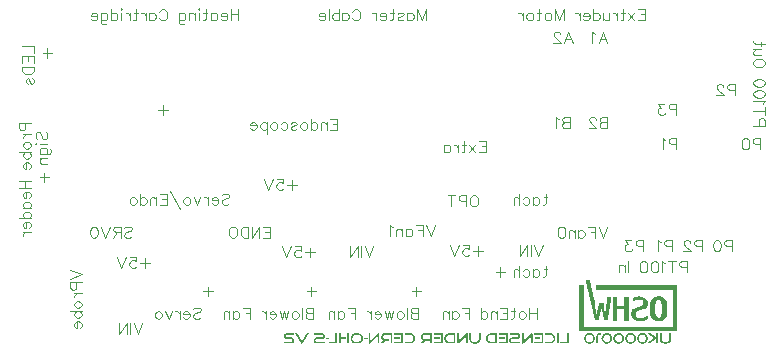
<source format=gbo>
G04 Layer: BottomSilkLayer*
G04 EasyEDA v6.4.14, 2021-01-31T15:52:51+00:00*
G04 53acab47483b404e891b66caa61737d9,c23c5ad5fcdd482d9714491510f6a4f3,10*
G04 Gerber Generator version 0.2*
G04 Scale: 100 percent, Rotated: No, Reflected: No *
G04 Dimensions in millimeters *
G04 leading zeros omitted , absolute positions ,4 integer and 5 decimal *
%FSLAX45Y45*%
%MOMM*%

%ADD24C,0.1200*%

%LPD*%
G36*
X3092196Y174701D02*
G01*
X3090519Y174498D01*
X3088894Y173888D01*
X3087268Y172872D01*
X3085592Y171399D01*
X3024124Y110439D01*
X3024124Y174193D01*
X3009646Y174193D01*
X3009646Y94437D01*
X3010204Y90525D01*
X3011728Y87680D01*
X3014167Y85902D01*
X3017266Y85293D01*
X3019145Y85496D01*
X3020872Y86055D01*
X3022549Y87122D01*
X3085338Y150063D01*
X3085338Y86309D01*
X3100070Y86309D01*
X3100070Y165557D01*
X3099511Y169316D01*
X3097936Y172212D01*
X3095447Y174040D01*
G37*
G36*
X3840479Y174701D02*
G01*
X3838803Y174498D01*
X3837178Y173888D01*
X3835552Y172872D01*
X3833876Y171399D01*
X3772408Y110439D01*
X3772408Y174193D01*
X3757929Y174193D01*
X3757929Y94437D01*
X3758488Y90525D01*
X3760012Y87680D01*
X3762298Y85902D01*
X3765296Y85293D01*
X3767175Y85496D01*
X3768953Y86055D01*
X3770680Y87122D01*
X3772408Y88595D01*
X3833622Y150063D01*
X3833622Y86309D01*
X3848100Y86309D01*
X3848100Y165557D01*
X3847592Y169316D01*
X3846118Y172212D01*
X3843731Y174040D01*
G37*
G36*
X4389374Y174701D02*
G01*
X4387697Y174498D01*
X4386072Y173888D01*
X4384446Y172872D01*
X4382770Y171399D01*
X4321302Y110439D01*
X4321302Y174193D01*
X4306824Y174193D01*
X4306824Y94437D01*
X4307382Y90525D01*
X4308906Y87680D01*
X4311192Y85902D01*
X4314190Y85293D01*
X4316069Y85496D01*
X4317847Y86055D01*
X4319574Y87122D01*
X4321302Y88595D01*
X4382516Y150063D01*
X4382516Y86309D01*
X4396994Y86309D01*
X4396994Y165557D01*
X4396435Y169316D01*
X4394911Y172212D01*
X4392472Y174040D01*
G37*
G36*
X2318766Y173431D02*
G01*
X2312670Y172923D01*
X2307336Y171551D01*
X2302713Y169367D01*
X2298954Y166471D01*
X2295956Y162915D01*
X2293823Y158750D01*
X2292553Y154076D01*
X2292096Y149047D01*
X2292553Y143814D01*
X2293924Y139039D01*
X2296109Y134823D01*
X2299157Y131165D01*
X2302967Y128219D01*
X2307539Y125983D01*
X2312822Y124612D01*
X2318766Y124155D01*
X2350262Y124155D01*
X2355646Y123444D01*
X2359558Y121310D01*
X2361895Y117805D01*
X2362708Y112979D01*
X2362708Y101549D01*
X2293366Y101549D01*
X2293366Y86309D01*
X2377186Y86309D01*
X2377186Y111963D01*
X2376728Y117856D01*
X2375458Y122935D01*
X2373274Y127254D01*
X2370277Y130810D01*
X2366467Y133553D01*
X2361844Y135534D01*
X2356459Y136702D01*
X2350262Y137109D01*
X2318766Y137109D01*
X2314295Y137820D01*
X2310841Y139852D01*
X2308606Y143103D01*
X2307844Y147523D01*
X2308606Y151942D01*
X2310739Y155346D01*
X2314143Y157429D01*
X2318766Y158191D01*
X2376424Y158191D01*
X2376424Y173431D01*
G37*
G36*
X2386584Y173431D02*
G01*
X2436876Y90119D01*
X2438298Y88036D01*
X2439974Y86410D01*
X2441956Y85394D01*
X2444242Y85039D01*
X2446528Y85394D01*
X2448509Y86410D01*
X2450185Y88036D01*
X2451608Y90119D01*
X2501900Y173431D01*
X2483104Y173431D01*
X2443480Y106375D01*
X2404110Y173431D01*
G37*
G36*
X2548636Y173431D02*
G01*
X2548636Y158191D01*
X2611120Y158191D01*
X2615844Y157429D01*
X2619400Y155346D01*
X2621534Y151942D01*
X2622296Y147523D01*
X2621534Y143103D01*
X2619298Y139852D01*
X2615844Y137820D01*
X2611374Y137109D01*
X2571496Y137109D01*
X2565247Y136702D01*
X2559761Y135534D01*
X2555087Y133553D01*
X2551226Y130810D01*
X2548229Y127254D01*
X2546045Y122935D01*
X2544775Y117856D01*
X2544318Y111963D01*
X2544724Y106629D01*
X2545994Y101752D01*
X2548077Y97383D01*
X2551074Y93624D01*
X2554884Y90525D01*
X2559558Y88239D01*
X2565095Y86817D01*
X2571496Y86309D01*
X2636774Y86309D01*
X2636774Y101549D01*
X2571496Y101549D01*
X2565958Y102362D01*
X2561894Y104698D01*
X2559405Y108305D01*
X2558542Y112979D01*
X2559405Y117805D01*
X2561894Y121310D01*
X2565958Y123444D01*
X2571496Y124155D01*
X2611374Y124155D01*
X2617266Y124612D01*
X2622499Y125983D01*
X2627071Y128219D01*
X2630881Y131165D01*
X2633980Y134823D01*
X2636215Y139039D01*
X2637586Y143814D01*
X2638044Y149047D01*
X2637586Y154076D01*
X2636316Y158750D01*
X2634132Y162915D01*
X2631135Y166471D01*
X2627325Y169367D01*
X2622702Y171551D01*
X2617317Y172923D01*
X2611120Y173431D01*
G37*
G36*
X2727452Y173431D02*
G01*
X2727452Y101549D01*
X2668778Y101549D01*
X2668778Y86309D01*
X2742692Y86309D01*
X2742692Y173431D01*
G37*
G36*
X2828036Y173431D02*
G01*
X2828036Y86055D01*
X2843276Y86055D01*
X2843276Y173431D01*
G37*
G36*
X2757678Y173431D02*
G01*
X2757678Y86055D01*
X2772918Y86055D01*
X2772918Y123901D01*
X2816860Y123901D01*
X2816860Y137363D01*
X2772918Y137363D01*
X2772918Y173431D01*
G37*
G36*
X2898140Y173431D02*
G01*
X2891993Y173075D01*
X2886252Y172008D01*
X2880868Y170332D01*
X2875889Y167995D01*
X2871368Y165100D01*
X2867355Y161594D01*
X2863900Y157581D01*
X2860954Y153111D01*
X2858617Y148132D01*
X2856890Y142748D01*
X2855823Y136906D01*
X2855512Y129997D01*
X2870708Y129997D01*
X2871216Y135940D01*
X2872740Y141376D01*
X2875178Y146151D01*
X2878429Y150266D01*
X2882442Y153619D01*
X2887116Y156108D01*
X2892348Y157632D01*
X2898140Y158191D01*
X2919476Y158191D01*
X2925165Y157632D01*
X2930347Y156108D01*
X2935020Y153670D01*
X2938983Y150368D01*
X2942183Y146253D01*
X2944622Y141478D01*
X2946146Y135991D01*
X2946654Y129997D01*
X2946146Y124104D01*
X2944622Y118668D01*
X2942183Y113842D01*
X2938983Y109677D01*
X2935020Y106273D01*
X2930347Y103682D01*
X2925165Y102108D01*
X2919476Y101549D01*
X2898140Y101549D01*
X2892348Y102108D01*
X2887116Y103682D01*
X2882442Y106273D01*
X2878429Y109677D01*
X2875178Y113842D01*
X2872740Y118668D01*
X2871216Y124104D01*
X2870708Y129997D01*
X2855512Y129997D01*
X2855823Y124612D01*
X2856941Y118719D01*
X2858668Y113182D01*
X2861056Y108051D01*
X2864053Y103327D01*
X2867558Y99110D01*
X2871622Y95402D01*
X2876143Y92252D01*
X2881071Y89712D01*
X2886405Y87833D01*
X2892145Y86715D01*
X2898140Y86309D01*
X2919476Y86309D01*
X2925419Y86715D01*
X2931109Y87833D01*
X2936392Y89712D01*
X2941320Y92252D01*
X2945790Y95402D01*
X2949854Y99110D01*
X2953359Y103327D01*
X2956306Y108051D01*
X2958693Y113182D01*
X2960420Y118719D01*
X2961538Y124612D01*
X2961894Y130759D01*
X2961538Y136956D01*
X2960420Y142798D01*
X2958693Y148234D01*
X2956306Y153212D01*
X2953359Y157734D01*
X2949803Y161696D01*
X2945790Y165150D01*
X2941320Y168046D01*
X2936392Y170383D01*
X2931109Y172059D01*
X2925419Y173075D01*
X2919476Y173431D01*
G37*
G36*
X3147568Y173431D02*
G01*
X3140456Y172872D01*
X3134156Y171196D01*
X3128721Y168554D01*
X3124149Y164896D01*
X3120593Y160324D01*
X3117951Y154889D01*
X3116376Y148640D01*
X3115818Y141681D01*
X3116122Y136499D01*
X3117037Y131775D01*
X3118510Y127406D01*
X3120542Y123494D01*
X3123133Y120040D01*
X3126232Y117043D01*
X3129788Y114604D01*
X3133852Y112725D01*
X3107436Y86309D01*
X3129026Y86309D01*
X3151124Y110439D01*
X3183890Y110439D01*
X3183890Y123901D01*
X3147568Y123901D01*
X3140354Y125069D01*
X3135071Y128473D01*
X3131870Y133959D01*
X3130804Y141427D01*
X3131972Y148844D01*
X3135274Y154076D01*
X3140557Y157175D01*
X3147568Y158191D01*
X3195066Y158191D01*
X3195066Y86309D01*
X3210052Y86309D01*
X3210052Y173431D01*
G37*
G36*
X3223260Y173431D02*
G01*
X3223260Y158191D01*
X3285998Y158191D01*
X3285998Y101549D01*
X3223260Y101549D01*
X3223260Y86309D01*
X3301237Y86309D01*
X3301237Y173431D01*
G37*
G36*
X3313684Y173431D02*
G01*
X3313684Y158191D01*
X3360928Y158191D01*
X3366566Y157632D01*
X3371697Y156108D01*
X3376320Y153670D01*
X3380333Y150368D01*
X3383584Y146253D01*
X3386023Y141478D01*
X3387598Y135991D01*
X3388106Y129997D01*
X3387598Y124104D01*
X3386074Y118668D01*
X3383635Y113842D01*
X3380435Y109677D01*
X3376472Y106273D01*
X3371799Y103682D01*
X3366617Y102108D01*
X3360928Y101549D01*
X3313684Y101549D01*
X3313684Y86309D01*
X3360928Y86309D01*
X3366871Y86715D01*
X3372561Y87833D01*
X3377844Y89712D01*
X3382772Y92252D01*
X3387242Y95402D01*
X3391255Y99110D01*
X3394811Y103327D01*
X3397758Y108051D01*
X3400145Y113182D01*
X3401872Y118719D01*
X3402990Y124612D01*
X3403346Y130759D01*
X3402990Y136956D01*
X3401872Y142798D01*
X3400145Y148234D01*
X3397758Y153212D01*
X3394811Y157734D01*
X3391255Y161696D01*
X3387242Y165150D01*
X3382772Y168046D01*
X3377844Y170383D01*
X3372561Y172059D01*
X3366871Y173075D01*
X3360928Y173431D01*
G37*
G36*
X3483864Y173431D02*
G01*
X3476802Y172872D01*
X3470554Y171196D01*
X3465118Y168554D01*
X3460546Y164896D01*
X3456940Y160324D01*
X3454298Y154889D01*
X3452672Y148640D01*
X3452114Y141681D01*
X3452418Y136499D01*
X3453384Y131775D01*
X3454857Y127406D01*
X3456940Y123494D01*
X3459530Y120040D01*
X3462629Y117043D01*
X3466185Y114604D01*
X3470148Y112725D01*
X3443986Y86309D01*
X3465576Y86309D01*
X3487674Y110439D01*
X3520186Y110439D01*
X3520186Y123901D01*
X3483864Y123901D01*
X3476650Y125069D01*
X3471367Y128473D01*
X3468166Y133959D01*
X3467100Y141427D01*
X3468268Y148844D01*
X3471570Y154076D01*
X3476853Y157175D01*
X3483864Y158191D01*
X3531362Y158191D01*
X3531362Y86309D01*
X3546601Y86309D01*
X3546601Y173431D01*
G37*
G36*
X3559810Y173431D02*
G01*
X3559810Y158191D01*
X3622548Y158191D01*
X3622548Y101549D01*
X3559556Y101549D01*
X3559556Y86309D01*
X3637534Y86309D01*
X3637534Y173431D01*
G37*
G36*
X3692651Y173431D02*
G01*
X3686657Y173075D01*
X3680917Y172008D01*
X3675583Y170332D01*
X3670655Y167995D01*
X3666134Y165100D01*
X3662070Y161594D01*
X3658565Y157581D01*
X3655568Y153111D01*
X3653180Y148132D01*
X3651453Y142748D01*
X3650335Y136906D01*
X3650024Y129997D01*
X3665220Y129997D01*
X3665728Y135940D01*
X3667302Y141376D01*
X3669741Y146151D01*
X3673043Y150266D01*
X3677056Y153619D01*
X3681729Y156108D01*
X3686962Y157632D01*
X3692651Y158191D01*
X3727958Y158191D01*
X3727958Y101549D01*
X3692651Y101549D01*
X3686962Y102108D01*
X3681729Y103682D01*
X3677056Y106273D01*
X3673043Y109677D01*
X3669741Y113842D01*
X3667302Y118668D01*
X3665728Y124104D01*
X3665220Y129997D01*
X3650024Y129997D01*
X3650335Y124612D01*
X3651453Y118719D01*
X3653180Y113182D01*
X3655568Y108051D01*
X3658565Y103327D01*
X3662070Y99110D01*
X3666134Y95402D01*
X3670655Y92252D01*
X3675583Y89712D01*
X3680917Y87833D01*
X3686657Y86715D01*
X3692651Y86309D01*
X3742944Y86309D01*
X3742944Y173431D01*
G37*
G36*
X3861562Y173431D02*
G01*
X3861562Y124917D01*
X3861866Y118414D01*
X3862730Y112522D01*
X3864203Y107187D01*
X3866286Y102514D01*
X3869080Y98348D01*
X3872534Y94792D01*
X3876649Y91795D01*
X3881526Y89306D01*
X3887165Y87426D01*
X3893565Y86106D01*
X3900779Y85293D01*
X3908806Y85039D01*
X3916781Y85293D01*
X3923944Y86106D01*
X3930294Y87426D01*
X3935882Y89306D01*
X3940759Y91795D01*
X3944874Y94792D01*
X3948328Y98348D01*
X3951071Y102514D01*
X3953154Y107187D01*
X3954627Y112522D01*
X3955491Y118414D01*
X3955796Y124917D01*
X3955796Y173431D01*
X3940048Y173431D01*
X3940048Y124917D01*
X3939641Y118821D01*
X3938422Y113639D01*
X3936288Y109321D01*
X3933139Y105867D01*
X3928821Y103276D01*
X3923334Y101447D01*
X3916527Y100380D01*
X3908298Y100025D01*
X3900068Y100380D01*
X3893261Y101447D01*
X3887774Y103276D01*
X3883456Y105867D01*
X3880307Y109321D01*
X3878173Y113639D01*
X3876954Y118821D01*
X3876548Y124917D01*
X3876548Y173431D01*
G37*
G36*
X4044696Y173431D02*
G01*
X4038701Y173075D01*
X4033012Y172008D01*
X4027678Y170332D01*
X4022750Y167995D01*
X4018279Y165100D01*
X4014266Y161594D01*
X4010761Y157581D01*
X4007815Y153111D01*
X4005427Y148132D01*
X4003700Y142748D01*
X4002633Y136906D01*
X4002322Y129997D01*
X4017518Y129997D01*
X4018026Y135940D01*
X4019550Y141376D01*
X4021988Y146151D01*
X4025188Y150266D01*
X4029151Y153619D01*
X4033824Y156108D01*
X4039006Y157632D01*
X4044696Y158191D01*
X4080256Y158191D01*
X4080256Y101549D01*
X4044696Y101549D01*
X4039006Y102108D01*
X4033824Y103682D01*
X4029151Y106273D01*
X4025188Y109677D01*
X4021988Y113842D01*
X4019550Y118668D01*
X4018026Y124104D01*
X4017518Y129997D01*
X4002322Y129997D01*
X4002633Y124612D01*
X4003700Y118719D01*
X4005427Y113182D01*
X4007815Y108051D01*
X4010761Y103327D01*
X4014266Y99110D01*
X4018279Y95402D01*
X4022750Y92252D01*
X4027678Y89712D01*
X4033012Y87833D01*
X4038701Y86715D01*
X4044696Y86309D01*
X4095242Y86309D01*
X4095242Y173431D01*
G37*
G36*
X4108450Y173431D02*
G01*
X4108450Y158191D01*
X4171187Y158191D01*
X4171187Y101549D01*
X4108450Y101549D01*
X4108450Y86309D01*
X4186428Y86309D01*
X4186428Y173431D01*
G37*
G36*
X4203700Y173431D02*
G01*
X4203700Y158191D01*
X4266438Y158191D01*
X4271060Y157429D01*
X4274464Y155346D01*
X4276598Y151942D01*
X4277360Y147523D01*
X4276598Y143103D01*
X4274464Y139852D01*
X4271060Y137820D01*
X4266438Y137109D01*
X4226560Y137109D01*
X4220311Y136702D01*
X4214825Y135534D01*
X4210151Y133553D01*
X4206290Y130810D01*
X4203293Y127254D01*
X4201109Y122935D01*
X4199839Y117856D01*
X4199382Y111963D01*
X4199788Y106629D01*
X4201058Y101752D01*
X4203141Y97383D01*
X4206138Y93624D01*
X4209948Y90525D01*
X4214622Y88239D01*
X4220159Y86817D01*
X4226560Y86309D01*
X4291838Y86309D01*
X4291838Y101549D01*
X4226560Y101549D01*
X4221124Y102362D01*
X4217162Y104698D01*
X4214723Y108305D01*
X4213860Y112979D01*
X4214723Y117805D01*
X4217162Y121310D01*
X4221124Y123444D01*
X4226560Y124155D01*
X4266692Y124155D01*
X4272483Y124612D01*
X4277715Y125983D01*
X4282287Y128219D01*
X4286097Y131165D01*
X4289196Y134823D01*
X4291482Y139039D01*
X4292904Y143814D01*
X4293362Y149047D01*
X4292904Y154076D01*
X4291584Y158750D01*
X4289399Y162915D01*
X4286402Y166471D01*
X4282541Y169367D01*
X4277918Y171551D01*
X4272534Y172923D01*
X4266438Y173431D01*
G37*
G36*
X4409948Y173431D02*
G01*
X4409948Y158191D01*
X4472686Y158191D01*
X4472686Y101549D01*
X4409694Y101549D01*
X4409694Y86309D01*
X4487672Y86309D01*
X4487672Y173431D01*
G37*
G36*
X4500118Y173431D02*
G01*
X4500118Y158191D01*
X4547362Y158191D01*
X4553051Y157632D01*
X4558233Y156108D01*
X4562906Y153670D01*
X4566869Y150368D01*
X4570069Y146253D01*
X4572508Y141478D01*
X4574032Y135991D01*
X4574540Y129997D01*
X4574032Y124104D01*
X4572508Y118668D01*
X4570069Y113842D01*
X4566869Y109677D01*
X4562906Y106273D01*
X4558233Y103682D01*
X4553051Y102108D01*
X4547362Y101549D01*
X4500118Y101549D01*
X4500118Y86309D01*
X4547362Y86309D01*
X4553305Y86715D01*
X4558995Y87833D01*
X4564278Y89712D01*
X4569206Y92252D01*
X4573676Y95402D01*
X4577689Y99110D01*
X4581245Y103327D01*
X4584192Y108051D01*
X4586579Y113182D01*
X4588306Y118719D01*
X4589424Y124612D01*
X4589780Y130759D01*
X4589424Y136956D01*
X4588306Y142798D01*
X4586579Y148234D01*
X4584192Y153212D01*
X4581245Y157734D01*
X4577689Y161696D01*
X4573676Y165150D01*
X4569206Y168046D01*
X4564278Y170383D01*
X4558995Y172059D01*
X4553305Y173075D01*
X4547362Y173431D01*
G37*
G36*
X4603242Y173431D02*
G01*
X4603242Y86309D01*
X4618482Y86309D01*
X4618482Y173431D01*
G37*
G36*
X4688840Y173431D02*
G01*
X4688840Y101549D01*
X4630166Y101549D01*
X4630166Y86309D01*
X4704080Y86309D01*
X4704080Y173431D01*
G37*
G36*
X3226562Y137109D02*
G01*
X3226562Y124155D01*
X3274822Y124155D01*
X3274822Y137109D01*
G37*
G36*
X3562858Y137109D02*
G01*
X3562858Y124155D01*
X3611372Y124155D01*
X3611372Y137109D01*
G37*
G36*
X4111751Y137109D02*
G01*
X4111751Y124155D01*
X4160012Y124155D01*
X4160012Y137109D01*
G37*
G36*
X4413250Y137109D02*
G01*
X4413250Y124155D01*
X4461510Y124155D01*
X4461510Y137109D01*
G37*
G36*
X2647696Y135839D02*
G01*
X2647696Y125425D01*
X2676398Y125425D01*
X2676398Y135839D01*
G37*
G36*
X2970022Y135839D02*
G01*
X2970022Y125425D01*
X2998978Y125425D01*
X2998978Y135839D01*
G37*
G36*
X4878578Y174701D02*
G01*
X4872278Y174294D01*
X4866284Y173228D01*
X4860645Y171450D01*
X4855413Y169011D01*
X4850587Y165963D01*
X4846218Y162356D01*
X4842408Y158191D01*
X4839208Y153568D01*
X4836617Y148437D01*
X4834686Y142900D01*
X4833518Y137007D01*
X4833161Y129997D01*
X4848606Y129997D01*
X4849114Y136144D01*
X4850587Y141732D01*
X4853076Y146710D01*
X4856429Y150977D01*
X4860747Y154432D01*
X4865878Y157022D01*
X4871821Y158648D01*
X4878578Y159207D01*
X4885334Y158648D01*
X4891278Y157022D01*
X4896408Y154432D01*
X4900726Y150977D01*
X4904079Y146710D01*
X4906568Y141732D01*
X4908042Y136144D01*
X4908550Y129997D01*
X4908042Y123901D01*
X4906568Y118313D01*
X4904079Y113283D01*
X4900726Y108966D01*
X4896408Y105410D01*
X4891278Y102768D01*
X4885334Y101092D01*
X4878578Y100533D01*
X4871770Y101092D01*
X4865776Y102768D01*
X4860594Y105410D01*
X4856327Y108966D01*
X4852974Y113283D01*
X4850587Y118313D01*
X4849114Y123901D01*
X4848606Y129997D01*
X4833161Y129997D01*
X4833518Y124510D01*
X4834686Y118567D01*
X4836617Y112928D01*
X4839208Y107696D01*
X4842408Y102819D01*
X4846218Y98501D01*
X4850587Y94691D01*
X4855413Y91440D01*
X4860645Y88798D01*
X4866284Y86868D01*
X4872278Y85699D01*
X4878578Y85293D01*
X4884826Y85699D01*
X4890770Y86868D01*
X4896358Y88798D01*
X4901590Y91440D01*
X4906365Y94691D01*
X4910734Y98501D01*
X4914493Y102819D01*
X4917694Y107696D01*
X4920284Y112928D01*
X4922215Y118567D01*
X4923383Y124510D01*
X4923790Y130759D01*
X4923383Y137007D01*
X4922215Y142900D01*
X4920284Y148437D01*
X4917694Y153568D01*
X4914493Y158191D01*
X4910734Y162356D01*
X4906365Y165963D01*
X4901590Y169011D01*
X4896358Y171450D01*
X4890770Y173228D01*
X4884826Y174294D01*
G37*
G36*
X5025136Y174701D02*
G01*
X5018887Y174294D01*
X5012944Y173228D01*
X5007356Y171450D01*
X5002123Y169011D01*
X4997348Y165963D01*
X4993030Y162356D01*
X4989220Y158191D01*
X4986020Y153568D01*
X4983429Y148437D01*
X4981498Y142900D01*
X4980330Y137007D01*
X4979973Y129997D01*
X4995418Y129997D01*
X4995926Y136144D01*
X4997399Y141732D01*
X4999888Y146710D01*
X5003241Y150977D01*
X5007457Y154432D01*
X5012588Y157022D01*
X5018481Y158648D01*
X5025136Y159207D01*
X5031943Y158648D01*
X5037988Y157022D01*
X5043119Y154432D01*
X5047386Y150977D01*
X5050739Y146710D01*
X5053126Y141732D01*
X5054600Y136144D01*
X5055108Y129997D01*
X5054600Y123901D01*
X5053126Y118313D01*
X5050739Y113283D01*
X5047386Y108966D01*
X5043170Y105410D01*
X5038090Y102768D01*
X5032146Y101092D01*
X5025390Y100533D01*
X5018582Y101092D01*
X5012588Y102768D01*
X5007406Y105410D01*
X5003190Y108966D01*
X4999786Y113283D01*
X4997399Y118313D01*
X4995926Y123901D01*
X4995418Y129997D01*
X4979973Y129997D01*
X4980330Y124510D01*
X4981498Y118567D01*
X4983429Y112928D01*
X4986020Y107696D01*
X4989220Y102819D01*
X4992979Y98501D01*
X4997348Y94691D01*
X5002123Y91440D01*
X5007356Y88798D01*
X5012944Y86868D01*
X5018887Y85699D01*
X5025136Y85293D01*
X5031435Y85699D01*
X5037378Y86868D01*
X5043017Y88798D01*
X5048250Y91440D01*
X5053076Y94691D01*
X5057343Y98501D01*
X5061153Y102819D01*
X5064302Y107696D01*
X5066893Y112928D01*
X5068773Y118567D01*
X5069941Y124510D01*
X5070348Y130759D01*
X5069941Y137007D01*
X5068773Y142900D01*
X5066893Y148437D01*
X5064302Y153568D01*
X5061153Y158191D01*
X5057343Y162356D01*
X5053076Y165963D01*
X5048250Y169011D01*
X5043017Y171450D01*
X5037378Y173228D01*
X5031435Y174294D01*
G37*
G36*
X5125720Y174701D02*
G01*
X5119471Y174294D01*
X5113528Y173228D01*
X5107940Y171450D01*
X5102707Y169011D01*
X5097932Y165963D01*
X5093614Y162356D01*
X5089804Y158191D01*
X5086604Y153568D01*
X5084013Y148437D01*
X5082082Y142900D01*
X5080914Y137007D01*
X5080557Y129997D01*
X5096002Y129997D01*
X5096510Y136144D01*
X5097983Y141732D01*
X5100472Y146710D01*
X5103825Y150977D01*
X5108041Y154432D01*
X5113172Y157022D01*
X5119065Y158648D01*
X5125720Y159207D01*
X5132527Y158648D01*
X5138572Y157022D01*
X5143703Y154432D01*
X5147970Y150977D01*
X5151323Y146710D01*
X5153710Y141732D01*
X5155184Y136144D01*
X5155692Y129997D01*
X5155184Y123901D01*
X5153710Y118313D01*
X5151323Y113283D01*
X5147970Y108966D01*
X5143754Y105410D01*
X5138674Y102768D01*
X5132730Y101092D01*
X5125974Y100533D01*
X5119166Y101092D01*
X5113172Y102768D01*
X5107990Y105410D01*
X5103774Y108966D01*
X5100370Y113283D01*
X5097983Y118313D01*
X5096510Y123901D01*
X5096002Y129997D01*
X5080557Y129997D01*
X5080914Y124510D01*
X5082082Y118567D01*
X5084013Y112928D01*
X5086604Y107696D01*
X5089804Y102819D01*
X5093563Y98501D01*
X5097932Y94691D01*
X5102707Y91440D01*
X5107940Y88798D01*
X5113528Y86868D01*
X5119471Y85699D01*
X5125720Y85293D01*
X5132019Y85699D01*
X5137962Y86868D01*
X5143601Y88798D01*
X5148834Y91440D01*
X5153660Y94691D01*
X5157927Y98501D01*
X5161737Y102819D01*
X5164886Y107696D01*
X5167477Y112928D01*
X5169357Y118567D01*
X5170525Y124510D01*
X5170932Y130759D01*
X5170525Y137007D01*
X5169357Y142900D01*
X5167477Y148437D01*
X5164886Y153568D01*
X5161737Y158191D01*
X5157927Y162356D01*
X5153660Y165963D01*
X5148834Y169011D01*
X5143601Y171450D01*
X5137962Y173228D01*
X5132019Y174294D01*
G37*
G36*
X5226304Y174701D02*
G01*
X5220055Y174294D01*
X5214112Y173228D01*
X5208524Y171450D01*
X5203291Y169011D01*
X5198516Y165963D01*
X5194147Y162356D01*
X5190388Y158191D01*
X5187188Y153568D01*
X5184597Y148437D01*
X5182666Y142900D01*
X5181498Y137007D01*
X5181141Y129997D01*
X5196586Y129997D01*
X5197094Y136144D01*
X5198567Y141732D01*
X5200954Y146710D01*
X5204307Y150977D01*
X5208524Y154432D01*
X5213604Y157022D01*
X5219547Y158648D01*
X5226304Y159207D01*
X5233111Y158648D01*
X5239156Y157022D01*
X5244287Y154432D01*
X5248554Y150977D01*
X5251907Y146710D01*
X5254294Y141732D01*
X5255768Y136144D01*
X5256276Y129997D01*
X5255768Y123901D01*
X5254294Y118313D01*
X5251907Y113283D01*
X5248554Y108966D01*
X5244338Y105410D01*
X5239258Y102768D01*
X5233314Y101092D01*
X5226558Y100533D01*
X5219750Y101092D01*
X5213705Y102768D01*
X5208574Y105410D01*
X5204358Y108966D01*
X5200954Y113283D01*
X5198567Y118313D01*
X5197094Y123901D01*
X5196586Y129997D01*
X5181141Y129997D01*
X5181498Y124510D01*
X5182666Y118567D01*
X5184597Y112928D01*
X5187188Y107696D01*
X5190388Y102819D01*
X5194147Y98501D01*
X5198516Y94691D01*
X5203291Y91440D01*
X5208524Y88798D01*
X5214112Y86868D01*
X5220055Y85699D01*
X5226304Y85293D01*
X5232603Y85699D01*
X5238546Y86868D01*
X5244185Y88798D01*
X5249418Y91440D01*
X5254244Y94691D01*
X5258511Y98501D01*
X5262321Y102819D01*
X5265470Y107696D01*
X5268061Y112928D01*
X5269941Y118567D01*
X5271109Y124510D01*
X5271516Y130759D01*
X5271109Y137007D01*
X5269941Y142900D01*
X5268061Y148437D01*
X5265470Y153568D01*
X5262321Y158191D01*
X5258511Y162356D01*
X5254244Y165963D01*
X5249418Y169011D01*
X5244185Y171450D01*
X5238546Y173228D01*
X5232603Y174294D01*
G37*
G36*
X5326888Y174701D02*
G01*
X5320639Y174294D01*
X5314696Y173228D01*
X5309108Y171450D01*
X5303875Y169011D01*
X5299100Y165963D01*
X5294731Y162356D01*
X5290972Y158191D01*
X5287772Y153568D01*
X5285181Y148437D01*
X5283250Y142900D01*
X5282082Y137007D01*
X5281725Y129997D01*
X5296916Y129997D01*
X5297424Y136144D01*
X5298897Y141732D01*
X5301386Y146710D01*
X5304739Y150977D01*
X5309057Y154432D01*
X5314188Y157022D01*
X5320131Y158648D01*
X5326888Y159207D01*
X5333695Y158648D01*
X5339740Y157022D01*
X5344871Y154432D01*
X5349087Y150977D01*
X5352491Y146710D01*
X5354878Y141732D01*
X5356352Y136144D01*
X5356860Y129997D01*
X5356352Y123901D01*
X5354878Y118313D01*
X5352491Y113283D01*
X5349138Y108966D01*
X5344922Y105410D01*
X5339842Y102768D01*
X5333898Y101092D01*
X5327142Y100533D01*
X5320284Y101092D01*
X5314289Y102768D01*
X5309108Y105410D01*
X5304790Y108966D01*
X5301386Y113283D01*
X5298948Y118313D01*
X5297424Y123901D01*
X5296916Y129997D01*
X5281725Y129997D01*
X5282082Y124510D01*
X5283250Y118567D01*
X5285181Y112928D01*
X5287772Y107696D01*
X5290972Y102819D01*
X5294731Y98501D01*
X5299100Y94691D01*
X5303875Y91440D01*
X5309108Y88798D01*
X5314696Y86868D01*
X5320639Y85699D01*
X5326888Y85293D01*
X5333187Y85699D01*
X5339130Y86868D01*
X5344769Y88798D01*
X5350002Y91440D01*
X5354828Y94691D01*
X5359095Y98501D01*
X5362905Y102819D01*
X5366054Y107696D01*
X5368645Y112928D01*
X5370525Y118567D01*
X5371693Y124510D01*
X5372100Y130759D01*
X5371693Y137007D01*
X5370525Y142900D01*
X5368645Y148437D01*
X5366054Y153568D01*
X5362905Y158191D01*
X5359095Y162356D01*
X5354828Y165963D01*
X5350002Y169011D01*
X5344769Y171450D01*
X5339130Y173228D01*
X5333187Y174294D01*
G37*
G36*
X4963668Y173431D02*
G01*
X4957470Y172923D01*
X4951984Y171500D01*
X4947310Y169164D01*
X4943398Y165963D01*
X4940300Y161899D01*
X4938064Y157022D01*
X4936693Y151384D01*
X4936236Y144983D01*
X4936236Y86309D01*
X4951476Y86309D01*
X4951476Y144983D01*
X4952288Y150672D01*
X4954625Y154838D01*
X4958435Y157327D01*
X4963668Y158191D01*
X4972050Y158191D01*
X4972050Y173431D01*
G37*
G36*
X5445760Y173431D02*
G01*
X5445760Y86309D01*
X5461000Y86309D01*
X5461000Y173431D01*
G37*
G36*
X5367782Y173431D02*
G01*
X5424932Y131013D01*
X5366004Y86309D01*
X5389118Y86309D01*
X5438140Y124663D01*
X5439664Y126187D01*
X5440629Y127711D01*
X5441086Y129336D01*
X5441035Y132943D01*
X5440426Y134670D01*
X5439257Y136347D01*
X5437378Y138125D01*
X5391150Y173431D01*
G37*
G36*
X5474970Y173431D02*
G01*
X5474970Y124917D01*
X5475274Y118414D01*
X5476087Y112522D01*
X5477560Y107187D01*
X5479643Y102514D01*
X5482386Y98348D01*
X5485790Y94792D01*
X5489905Y91795D01*
X5494782Y89306D01*
X5500370Y87426D01*
X5506770Y86106D01*
X5513933Y85293D01*
X5521960Y85039D01*
X5529986Y85293D01*
X5537149Y86106D01*
X5543550Y87426D01*
X5549138Y89306D01*
X5554014Y91795D01*
X5558129Y94792D01*
X5561533Y98348D01*
X5564276Y102514D01*
X5566359Y107187D01*
X5567832Y112522D01*
X5568645Y118414D01*
X5568950Y124917D01*
X5568950Y173431D01*
X5553456Y173431D01*
X5553456Y124917D01*
X5553049Y118821D01*
X5551830Y113639D01*
X5549696Y109321D01*
X5546496Y105867D01*
X5542178Y103276D01*
X5536641Y101447D01*
X5529732Y100380D01*
X5521452Y100025D01*
X5513222Y100380D01*
X5506415Y101447D01*
X5500928Y103276D01*
X5496610Y105867D01*
X5493461Y109321D01*
X5491327Y113639D01*
X5490108Y118821D01*
X5489702Y124917D01*
X5489702Y173431D01*
G37*
D24*
X51561Y1953199D02*
G01*
X147065Y1953199D01*
X51561Y1953199D02*
G01*
X51561Y1912305D01*
X56134Y1898589D01*
X60706Y1894017D01*
X69595Y1889445D01*
X83311Y1889445D01*
X92456Y1894017D01*
X97027Y1898589D01*
X101600Y1912305D01*
X101600Y1953199D01*
X83311Y1859473D02*
G01*
X147065Y1859473D01*
X110490Y1859473D02*
G01*
X97027Y1854901D01*
X87884Y1846011D01*
X83311Y1836867D01*
X83311Y1823151D01*
X83311Y1770573D02*
G01*
X87884Y1779463D01*
X97027Y1788607D01*
X110490Y1793179D01*
X119634Y1793179D01*
X133350Y1788607D01*
X142493Y1779463D01*
X147065Y1770573D01*
X147065Y1756857D01*
X142493Y1747713D01*
X133350Y1738569D01*
X119634Y1733997D01*
X110490Y1733997D01*
X97027Y1738569D01*
X87884Y1747713D01*
X83311Y1756857D01*
X83311Y1770573D01*
X51561Y1704025D02*
G01*
X147065Y1704025D01*
X97027Y1704025D02*
G01*
X87884Y1695135D01*
X83311Y1685991D01*
X83311Y1672275D01*
X87884Y1663131D01*
X97027Y1653987D01*
X110490Y1649669D01*
X119634Y1649669D01*
X133350Y1653987D01*
X142493Y1663131D01*
X147065Y1672275D01*
X147065Y1685991D01*
X142493Y1695135D01*
X133350Y1704025D01*
X110490Y1619443D02*
G01*
X110490Y1565087D01*
X101600Y1565087D01*
X92456Y1569659D01*
X87884Y1574231D01*
X83311Y1583121D01*
X83311Y1596837D01*
X87884Y1605981D01*
X97027Y1615125D01*
X110490Y1619443D01*
X119634Y1619443D01*
X133350Y1615125D01*
X142493Y1605981D01*
X147065Y1596837D01*
X147065Y1583121D01*
X142493Y1574231D01*
X133350Y1565087D01*
X51561Y1465011D02*
G01*
X147065Y1465011D01*
X51561Y1401257D02*
G01*
X147065Y1401257D01*
X97027Y1465011D02*
G01*
X97027Y1401257D01*
X110490Y1371285D02*
G01*
X110490Y1316929D01*
X101600Y1316929D01*
X92456Y1321501D01*
X87884Y1325819D01*
X83311Y1334963D01*
X83311Y1348679D01*
X87884Y1357823D01*
X97027Y1366713D01*
X110490Y1371285D01*
X119634Y1371285D01*
X133350Y1366713D01*
X142493Y1357823D01*
X147065Y1348679D01*
X147065Y1334963D01*
X142493Y1325819D01*
X133350Y1316929D01*
X83311Y1232347D02*
G01*
X147065Y1232347D01*
X97027Y1232347D02*
G01*
X87884Y1241491D01*
X83311Y1250381D01*
X83311Y1264097D01*
X87884Y1273241D01*
X97027Y1282385D01*
X110490Y1286957D01*
X119634Y1286957D01*
X133350Y1282385D01*
X142493Y1273241D01*
X147065Y1264097D01*
X147065Y1250381D01*
X142493Y1241491D01*
X133350Y1232347D01*
X51561Y1147765D02*
G01*
X147065Y1147765D01*
X97027Y1147765D02*
G01*
X87884Y1156909D01*
X83311Y1166053D01*
X83311Y1179515D01*
X87884Y1188659D01*
X97027Y1197803D01*
X110490Y1202375D01*
X119634Y1202375D01*
X133350Y1197803D01*
X142493Y1188659D01*
X147065Y1179515D01*
X147065Y1166053D01*
X142493Y1156909D01*
X133350Y1147765D01*
X110490Y1117793D02*
G01*
X110490Y1063183D01*
X101600Y1063183D01*
X92456Y1067755D01*
X87884Y1072327D01*
X83311Y1081471D01*
X83311Y1094933D01*
X87884Y1104077D01*
X97027Y1113221D01*
X110490Y1117793D01*
X119634Y1117793D01*
X133350Y1113221D01*
X142493Y1104077D01*
X147065Y1094933D01*
X147065Y1081471D01*
X142493Y1072327D01*
X133350Y1063183D01*
X83311Y1033211D02*
G01*
X147065Y1033211D01*
X110490Y1033211D02*
G01*
X97027Y1028639D01*
X87884Y1019495D01*
X83311Y1010351D01*
X83311Y996889D01*
X76961Y2600899D02*
G01*
X172465Y2600899D01*
X172465Y2600899D02*
G01*
X172465Y2546289D01*
X76961Y2516317D02*
G01*
X172465Y2516317D01*
X76961Y2516317D02*
G01*
X76961Y2457389D01*
X122427Y2516317D02*
G01*
X122427Y2479995D01*
X172465Y2516317D02*
G01*
X172465Y2457389D01*
X76961Y2427163D02*
G01*
X172465Y2427163D01*
X76961Y2427163D02*
G01*
X76961Y2395413D01*
X81534Y2381697D01*
X90424Y2372807D01*
X99568Y2368235D01*
X113284Y2363663D01*
X135890Y2363663D01*
X149606Y2368235D01*
X158750Y2372807D01*
X167893Y2381697D01*
X172465Y2395413D01*
X172465Y2427163D01*
X122427Y2283653D02*
G01*
X113284Y2288225D01*
X108711Y2301687D01*
X108711Y2315403D01*
X113284Y2329119D01*
X122427Y2333691D01*
X131318Y2329119D01*
X135890Y2319975D01*
X140461Y2297369D01*
X145034Y2288225D01*
X154177Y2283653D01*
X158750Y2283653D01*
X167893Y2288225D01*
X172465Y2301687D01*
X172465Y2315403D01*
X167893Y2329119D01*
X158750Y2333691D01*
X1905000Y2917637D02*
G01*
X1905000Y2822133D01*
X1841245Y2917637D02*
G01*
X1841245Y2822133D01*
X1905000Y2872171D02*
G01*
X1841245Y2872171D01*
X1811274Y2858709D02*
G01*
X1756918Y2858709D01*
X1756918Y2867599D01*
X1761490Y2876743D01*
X1765808Y2881315D01*
X1774952Y2885887D01*
X1788668Y2885887D01*
X1797811Y2881315D01*
X1806702Y2872171D01*
X1811274Y2858709D01*
X1811274Y2849565D01*
X1806702Y2835849D01*
X1797811Y2826705D01*
X1788668Y2822133D01*
X1774952Y2822133D01*
X1765808Y2826705D01*
X1756918Y2835849D01*
X1672336Y2885887D02*
G01*
X1672336Y2822133D01*
X1672336Y2872171D02*
G01*
X1681479Y2881315D01*
X1690370Y2885887D01*
X1704086Y2885887D01*
X1713229Y2881315D01*
X1722374Y2872171D01*
X1726691Y2858709D01*
X1726691Y2849565D01*
X1722374Y2835849D01*
X1713229Y2826705D01*
X1704086Y2822133D01*
X1690370Y2822133D01*
X1681479Y2826705D01*
X1672336Y2835849D01*
X1628647Y2917637D02*
G01*
X1628647Y2840421D01*
X1624075Y2826705D01*
X1614931Y2822133D01*
X1605788Y2822133D01*
X1642363Y2885887D02*
G01*
X1610359Y2885887D01*
X1575815Y2917637D02*
G01*
X1571243Y2913065D01*
X1566925Y2917637D01*
X1571243Y2922209D01*
X1575815Y2917637D01*
X1571243Y2885887D02*
G01*
X1571243Y2822133D01*
X1536700Y2885887D02*
G01*
X1536700Y2822133D01*
X1536700Y2867599D02*
G01*
X1523238Y2881315D01*
X1514093Y2885887D01*
X1500377Y2885887D01*
X1491488Y2881315D01*
X1486915Y2867599D01*
X1486915Y2822133D01*
X1402334Y2885887D02*
G01*
X1402334Y2813243D01*
X1406906Y2799527D01*
X1411477Y2794955D01*
X1420368Y2790383D01*
X1434084Y2790383D01*
X1443227Y2794955D01*
X1402334Y2872171D02*
G01*
X1411477Y2881315D01*
X1420368Y2885887D01*
X1434084Y2885887D01*
X1443227Y2881315D01*
X1452372Y2872171D01*
X1456943Y2858709D01*
X1456943Y2849565D01*
X1452372Y2835849D01*
X1443227Y2826705D01*
X1434084Y2822133D01*
X1420368Y2822133D01*
X1411477Y2826705D01*
X1402334Y2835849D01*
X1234186Y2895031D02*
G01*
X1238758Y2904175D01*
X1247647Y2913065D01*
X1256791Y2917637D01*
X1275079Y2917637D01*
X1283970Y2913065D01*
X1293113Y2904175D01*
X1297686Y2895031D01*
X1302258Y2881315D01*
X1302258Y2858709D01*
X1297686Y2844993D01*
X1293113Y2835849D01*
X1283970Y2826705D01*
X1275079Y2822133D01*
X1256791Y2822133D01*
X1247647Y2826705D01*
X1238758Y2835849D01*
X1234186Y2844993D01*
X1149604Y2885887D02*
G01*
X1149604Y2822133D01*
X1149604Y2872171D02*
G01*
X1158747Y2881315D01*
X1167638Y2885887D01*
X1181354Y2885887D01*
X1190497Y2881315D01*
X1199641Y2872171D01*
X1204213Y2858709D01*
X1204213Y2849565D01*
X1199641Y2835849D01*
X1190497Y2826705D01*
X1181354Y2822133D01*
X1167638Y2822133D01*
X1158747Y2826705D01*
X1149604Y2835849D01*
X1119631Y2885887D02*
G01*
X1119631Y2822133D01*
X1119631Y2858709D02*
G01*
X1115059Y2872171D01*
X1105915Y2881315D01*
X1096772Y2885887D01*
X1083056Y2885887D01*
X1039622Y2917637D02*
G01*
X1039622Y2840421D01*
X1035050Y2826705D01*
X1025906Y2822133D01*
X1016761Y2822133D01*
X1053084Y2885887D02*
G01*
X1021334Y2885887D01*
X986790Y2885887D02*
G01*
X986790Y2822133D01*
X986790Y2858709D02*
G01*
X982218Y2872171D01*
X973074Y2881315D01*
X964184Y2885887D01*
X950468Y2885887D01*
X920495Y2917637D02*
G01*
X915924Y2913065D01*
X911352Y2917637D01*
X915924Y2922209D01*
X920495Y2917637D01*
X915924Y2885887D02*
G01*
X915924Y2822133D01*
X826770Y2917637D02*
G01*
X826770Y2822133D01*
X826770Y2872171D02*
G01*
X835913Y2881315D01*
X845058Y2885887D01*
X858520Y2885887D01*
X867663Y2881315D01*
X876808Y2872171D01*
X881379Y2858709D01*
X881379Y2849565D01*
X876808Y2835849D01*
X867663Y2826705D01*
X858520Y2822133D01*
X845058Y2822133D01*
X835913Y2826705D01*
X826770Y2835849D01*
X742188Y2885887D02*
G01*
X742188Y2813243D01*
X746759Y2799527D01*
X751331Y2794955D01*
X760475Y2790383D01*
X774191Y2790383D01*
X783081Y2794955D01*
X742188Y2872171D02*
G01*
X751331Y2881315D01*
X760475Y2885887D01*
X774191Y2885887D01*
X783081Y2881315D01*
X792225Y2872171D01*
X796797Y2858709D01*
X796797Y2849565D01*
X792225Y2835849D01*
X783081Y2826705D01*
X774191Y2822133D01*
X760475Y2822133D01*
X751331Y2826705D01*
X742188Y2835849D01*
X712215Y2858709D02*
G01*
X657606Y2858709D01*
X657606Y2867599D01*
X662177Y2876743D01*
X666750Y2881315D01*
X675893Y2885887D01*
X689609Y2885887D01*
X698754Y2881315D01*
X707643Y2872171D01*
X712215Y2858709D01*
X712215Y2849565D01*
X707643Y2835849D01*
X698754Y2826705D01*
X689609Y2822133D01*
X675893Y2822133D01*
X666750Y2826705D01*
X657606Y2835849D01*
X3492500Y2917637D02*
G01*
X3492500Y2822133D01*
X3492500Y2917637D02*
G01*
X3456177Y2822133D01*
X3419856Y2917637D02*
G01*
X3456177Y2822133D01*
X3419856Y2917637D02*
G01*
X3419856Y2822133D01*
X3335274Y2885887D02*
G01*
X3335274Y2822133D01*
X3335274Y2872171D02*
G01*
X3344418Y2881315D01*
X3353308Y2885887D01*
X3367024Y2885887D01*
X3376168Y2881315D01*
X3385311Y2872171D01*
X3389884Y2858709D01*
X3389884Y2849565D01*
X3385311Y2835849D01*
X3376168Y2826705D01*
X3367024Y2822133D01*
X3353308Y2822133D01*
X3344418Y2826705D01*
X3335274Y2835849D01*
X3255263Y2872171D02*
G01*
X3259836Y2881315D01*
X3273297Y2885887D01*
X3287013Y2885887D01*
X3300729Y2881315D01*
X3305302Y2872171D01*
X3300729Y2863281D01*
X3291586Y2858709D01*
X3268979Y2854137D01*
X3259836Y2849565D01*
X3255263Y2840421D01*
X3255263Y2835849D01*
X3259836Y2826705D01*
X3273297Y2822133D01*
X3287013Y2822133D01*
X3300729Y2826705D01*
X3305302Y2835849D01*
X3211575Y2917637D02*
G01*
X3211575Y2840421D01*
X3207004Y2826705D01*
X3197859Y2822133D01*
X3188970Y2822133D01*
X3225291Y2885887D02*
G01*
X3193288Y2885887D01*
X3158743Y2858709D02*
G01*
X3104388Y2858709D01*
X3104388Y2867599D01*
X3108959Y2876743D01*
X3113531Y2881315D01*
X3122422Y2885887D01*
X3136138Y2885887D01*
X3145281Y2881315D01*
X3154425Y2872171D01*
X3158743Y2858709D01*
X3158743Y2849565D01*
X3154425Y2835849D01*
X3145281Y2826705D01*
X3136138Y2822133D01*
X3122422Y2822133D01*
X3113531Y2826705D01*
X3104388Y2835849D01*
X3074415Y2885887D02*
G01*
X3074415Y2822133D01*
X3074415Y2858709D02*
G01*
X3069843Y2872171D01*
X3060700Y2881315D01*
X3051556Y2885887D01*
X3037840Y2885887D01*
X2869691Y2895031D02*
G01*
X2874263Y2904175D01*
X2883408Y2913065D01*
X2892552Y2917637D01*
X2910586Y2917637D01*
X2919729Y2913065D01*
X2928874Y2904175D01*
X2933445Y2895031D01*
X2938018Y2881315D01*
X2938018Y2858709D01*
X2933445Y2844993D01*
X2928874Y2835849D01*
X2919729Y2826705D01*
X2910586Y2822133D01*
X2892552Y2822133D01*
X2883408Y2826705D01*
X2874263Y2835849D01*
X2869691Y2844993D01*
X2785109Y2885887D02*
G01*
X2785109Y2822133D01*
X2785109Y2872171D02*
G01*
X2794254Y2881315D01*
X2803397Y2885887D01*
X2817113Y2885887D01*
X2826258Y2881315D01*
X2835147Y2872171D01*
X2839720Y2858709D01*
X2839720Y2849565D01*
X2835147Y2835849D01*
X2826258Y2826705D01*
X2817113Y2822133D01*
X2803397Y2822133D01*
X2794254Y2826705D01*
X2785109Y2835849D01*
X2755138Y2917637D02*
G01*
X2755138Y2822133D01*
X2755138Y2872171D02*
G01*
X2746247Y2881315D01*
X2737104Y2885887D01*
X2723388Y2885887D01*
X2714243Y2881315D01*
X2705354Y2872171D01*
X2700781Y2858709D01*
X2700781Y2849565D01*
X2705354Y2835849D01*
X2714243Y2826705D01*
X2723388Y2822133D01*
X2737104Y2822133D01*
X2746247Y2826705D01*
X2755138Y2835849D01*
X2670556Y2917637D02*
G01*
X2670556Y2822133D01*
X2640584Y2858709D02*
G01*
X2586227Y2858709D01*
X2586227Y2867599D01*
X2590800Y2876743D01*
X2595118Y2881315D01*
X2604261Y2885887D01*
X2617977Y2885887D01*
X2627122Y2881315D01*
X2636011Y2872171D01*
X2640584Y2858709D01*
X2640584Y2849565D01*
X2636011Y2835849D01*
X2627122Y2826705D01*
X2617977Y2822133D01*
X2604261Y2822133D01*
X2595118Y2826705D01*
X2586227Y2835849D01*
X5346700Y2917637D02*
G01*
X5346700Y2822133D01*
X5346700Y2917637D02*
G01*
X5287518Y2917637D01*
X5346700Y2872171D02*
G01*
X5310377Y2872171D01*
X5346700Y2822133D02*
G01*
X5287518Y2822133D01*
X5257545Y2885887D02*
G01*
X5207508Y2822133D01*
X5207508Y2885887D02*
G01*
X5257545Y2822133D01*
X5164074Y2917637D02*
G01*
X5164074Y2840421D01*
X5159502Y2826705D01*
X5150358Y2822133D01*
X5141213Y2822133D01*
X5177536Y2885887D02*
G01*
X5145786Y2885887D01*
X5111241Y2885887D02*
G01*
X5111241Y2822133D01*
X5111241Y2858709D02*
G01*
X5106670Y2872171D01*
X5097525Y2881315D01*
X5088636Y2885887D01*
X5074920Y2885887D01*
X5044947Y2885887D02*
G01*
X5044947Y2840421D01*
X5040375Y2826705D01*
X5031231Y2822133D01*
X5017515Y2822133D01*
X5008625Y2826705D01*
X4994909Y2840421D01*
X4994909Y2885887D02*
G01*
X4994909Y2822133D01*
X4910327Y2917637D02*
G01*
X4910327Y2822133D01*
X4910327Y2872171D02*
G01*
X4919472Y2881315D01*
X4928615Y2885887D01*
X4942077Y2885887D01*
X4951222Y2881315D01*
X4960365Y2872171D01*
X4964938Y2858709D01*
X4964938Y2849565D01*
X4960365Y2835849D01*
X4951222Y2826705D01*
X4942077Y2822133D01*
X4928615Y2822133D01*
X4919472Y2826705D01*
X4910327Y2835849D01*
X4880356Y2858709D02*
G01*
X4825745Y2858709D01*
X4825745Y2867599D01*
X4830318Y2876743D01*
X4834890Y2881315D01*
X4844034Y2885887D01*
X4857495Y2885887D01*
X4866640Y2881315D01*
X4875784Y2872171D01*
X4880356Y2858709D01*
X4880356Y2849565D01*
X4875784Y2835849D01*
X4866640Y2826705D01*
X4857495Y2822133D01*
X4844034Y2822133D01*
X4834890Y2826705D01*
X4825745Y2835849D01*
X4795774Y2885887D02*
G01*
X4795774Y2822133D01*
X4795774Y2858709D02*
G01*
X4791202Y2872171D01*
X4782058Y2881315D01*
X4773168Y2885887D01*
X4759452Y2885887D01*
X4659375Y2917637D02*
G01*
X4659375Y2822133D01*
X4659375Y2917637D02*
G01*
X4623054Y2822133D01*
X4586731Y2917637D02*
G01*
X4623054Y2822133D01*
X4586731Y2917637D02*
G01*
X4586731Y2822133D01*
X4533900Y2885887D02*
G01*
X4543043Y2881315D01*
X4552188Y2872171D01*
X4556759Y2858709D01*
X4556759Y2849565D01*
X4552188Y2835849D01*
X4543043Y2826705D01*
X4533900Y2822133D01*
X4520438Y2822133D01*
X4511293Y2826705D01*
X4502150Y2835849D01*
X4497577Y2849565D01*
X4497577Y2858709D01*
X4502150Y2872171D01*
X4511293Y2881315D01*
X4520438Y2885887D01*
X4533900Y2885887D01*
X4453890Y2917637D02*
G01*
X4453890Y2840421D01*
X4449318Y2826705D01*
X4440427Y2822133D01*
X4431284Y2822133D01*
X4467606Y2885887D02*
G01*
X4435856Y2885887D01*
X4378452Y2885887D02*
G01*
X4387595Y2881315D01*
X4396740Y2872171D01*
X4401311Y2858709D01*
X4401311Y2849565D01*
X4396740Y2835849D01*
X4387595Y2826705D01*
X4378452Y2822133D01*
X4364990Y2822133D01*
X4355845Y2826705D01*
X4346702Y2835849D01*
X4342129Y2849565D01*
X4342129Y2858709D01*
X4346702Y2872171D01*
X4355845Y2881315D01*
X4364990Y2885887D01*
X4378452Y2885887D01*
X4312158Y2885887D02*
G01*
X4312158Y2822133D01*
X4312158Y2858709D02*
G01*
X4307586Y2872171D01*
X4298441Y2881315D01*
X4289552Y2885887D01*
X4275836Y2885887D01*
X6361938Y1927799D02*
G01*
X6266434Y1927799D01*
X6361938Y1927799D02*
G01*
X6361938Y1968693D01*
X6357365Y1982409D01*
X6352793Y1986981D01*
X6343904Y1991553D01*
X6330188Y1991553D01*
X6321043Y1986981D01*
X6316472Y1982409D01*
X6311900Y1968693D01*
X6311900Y1927799D01*
X6361938Y2053275D02*
G01*
X6266434Y2053275D01*
X6361938Y2021525D02*
G01*
X6361938Y2085025D01*
X6343904Y2114997D02*
G01*
X6348475Y2124141D01*
X6361938Y2137857D01*
X6266434Y2137857D01*
X6361938Y2195007D02*
G01*
X6357365Y2181545D01*
X6343904Y2172401D01*
X6321043Y2167829D01*
X6307581Y2167829D01*
X6284722Y2172401D01*
X6271006Y2181545D01*
X6266434Y2195007D01*
X6266434Y2204151D01*
X6271006Y2217867D01*
X6284722Y2227011D01*
X6307581Y2231329D01*
X6321043Y2231329D01*
X6343904Y2227011D01*
X6357365Y2217867D01*
X6361938Y2204151D01*
X6361938Y2195007D01*
X6361938Y2288733D02*
G01*
X6357365Y2275017D01*
X6343904Y2265873D01*
X6321043Y2261555D01*
X6307581Y2261555D01*
X6284722Y2265873D01*
X6271006Y2275017D01*
X6266434Y2288733D01*
X6266434Y2297877D01*
X6271006Y2311339D01*
X6284722Y2320483D01*
X6307581Y2325055D01*
X6321043Y2325055D01*
X6343904Y2320483D01*
X6357365Y2311339D01*
X6361938Y2297877D01*
X6361938Y2288733D01*
X6361938Y2452309D02*
G01*
X6357365Y2443165D01*
X6348475Y2434275D01*
X6339331Y2429703D01*
X6325615Y2425131D01*
X6303009Y2425131D01*
X6289293Y2429703D01*
X6280150Y2434275D01*
X6271006Y2443165D01*
X6266434Y2452309D01*
X6266434Y2470597D01*
X6271006Y2479741D01*
X6280150Y2488631D01*
X6289293Y2493203D01*
X6303009Y2497775D01*
X6325615Y2497775D01*
X6339331Y2493203D01*
X6348475Y2488631D01*
X6357365Y2479741D01*
X6361938Y2470597D01*
X6361938Y2452309D01*
X6330188Y2527747D02*
G01*
X6284722Y2527747D01*
X6271006Y2532319D01*
X6266434Y2541463D01*
X6266434Y2555179D01*
X6271006Y2564069D01*
X6284722Y2577785D01*
X6330188Y2577785D02*
G01*
X6266434Y2577785D01*
X6361938Y2621473D02*
G01*
X6284722Y2621473D01*
X6271006Y2626045D01*
X6266434Y2635189D01*
X6266434Y2644079D01*
X6330188Y2607757D02*
G01*
X6330188Y2639507D01*
X5702300Y784037D02*
G01*
X5702300Y688533D01*
X5702300Y784037D02*
G01*
X5661406Y784037D01*
X5647690Y779465D01*
X5643118Y774893D01*
X5638545Y766003D01*
X5638545Y752287D01*
X5643118Y743143D01*
X5647690Y738571D01*
X5661406Y733999D01*
X5702300Y733999D01*
X5576824Y784037D02*
G01*
X5576824Y688533D01*
X5608574Y784037D02*
G01*
X5545074Y784037D01*
X5515102Y766003D02*
G01*
X5505958Y770575D01*
X5492241Y784037D01*
X5492241Y688533D01*
X5435091Y784037D02*
G01*
X5448554Y779465D01*
X5457697Y766003D01*
X5462270Y743143D01*
X5462270Y729681D01*
X5457697Y706821D01*
X5448554Y693105D01*
X5435091Y688533D01*
X5425947Y688533D01*
X5412231Y693105D01*
X5403088Y706821D01*
X5398770Y729681D01*
X5398770Y743143D01*
X5403088Y766003D01*
X5412231Y779465D01*
X5425947Y784037D01*
X5435091Y784037D01*
X5341365Y784037D02*
G01*
X5355081Y779465D01*
X5364225Y766003D01*
X5368543Y743143D01*
X5368543Y729681D01*
X5364225Y706821D01*
X5355081Y693105D01*
X5341365Y688533D01*
X5332222Y688533D01*
X5318759Y693105D01*
X5309615Y706821D01*
X5305043Y729681D01*
X5305043Y743143D01*
X5309615Y766003D01*
X5318759Y779465D01*
X5332222Y784037D01*
X5341365Y784037D01*
X5204968Y784037D02*
G01*
X5204968Y688533D01*
X5174995Y752287D02*
G01*
X5174995Y688533D01*
X5174995Y733999D02*
G01*
X5161279Y747715D01*
X5152390Y752287D01*
X5138674Y752287D01*
X5129529Y747715D01*
X5124958Y733999D01*
X5124958Y688533D01*
X1523745Y376875D02*
G01*
X1532890Y385765D01*
X1546606Y390337D01*
X1564893Y390337D01*
X1578356Y385765D01*
X1587500Y376875D01*
X1587500Y367731D01*
X1582927Y358587D01*
X1578356Y354015D01*
X1569211Y349443D01*
X1542034Y340299D01*
X1532890Y335981D01*
X1528318Y331409D01*
X1523745Y322265D01*
X1523745Y308549D01*
X1532890Y299405D01*
X1546606Y294833D01*
X1564893Y294833D01*
X1578356Y299405D01*
X1587500Y308549D01*
X1493774Y331409D02*
G01*
X1439418Y331409D01*
X1439418Y340299D01*
X1443990Y349443D01*
X1448308Y354015D01*
X1457452Y358587D01*
X1471168Y358587D01*
X1480311Y354015D01*
X1489202Y344871D01*
X1493774Y331409D01*
X1493774Y322265D01*
X1489202Y308549D01*
X1480311Y299405D01*
X1471168Y294833D01*
X1457452Y294833D01*
X1448308Y299405D01*
X1439418Y308549D01*
X1409191Y358587D02*
G01*
X1409191Y294833D01*
X1409191Y331409D02*
G01*
X1404874Y344871D01*
X1395729Y354015D01*
X1386586Y358587D01*
X1372870Y358587D01*
X1342897Y358587D02*
G01*
X1315720Y294833D01*
X1288288Y358587D02*
G01*
X1315720Y294833D01*
X1235709Y358587D02*
G01*
X1244854Y354015D01*
X1253743Y344871D01*
X1258315Y331409D01*
X1258315Y322265D01*
X1253743Y308549D01*
X1244854Y299405D01*
X1235709Y294833D01*
X1221993Y294833D01*
X1212850Y299405D01*
X1203959Y308549D01*
X1199388Y322265D01*
X1199388Y331409D01*
X1203959Y344871D01*
X1212850Y354015D01*
X1221993Y358587D01*
X1235709Y358587D01*
X2540000Y390337D02*
G01*
X2540000Y294833D01*
X2540000Y390337D02*
G01*
X2499106Y390337D01*
X2485390Y385765D01*
X2480818Y381193D01*
X2476245Y372303D01*
X2476245Y363159D01*
X2480818Y354015D01*
X2485390Y349443D01*
X2499106Y344871D01*
X2540000Y344871D02*
G01*
X2499106Y344871D01*
X2485390Y340299D01*
X2480818Y335981D01*
X2476245Y326837D01*
X2476245Y313121D01*
X2480818Y303977D01*
X2485390Y299405D01*
X2499106Y294833D01*
X2540000Y294833D01*
X2446274Y390337D02*
G01*
X2446274Y294833D01*
X2393695Y358587D02*
G01*
X2402840Y354015D01*
X2411729Y344871D01*
X2416302Y331409D01*
X2416302Y322265D01*
X2411729Y308549D01*
X2402840Y299405D01*
X2393695Y294833D01*
X2379979Y294833D01*
X2370836Y299405D01*
X2361691Y308549D01*
X2357374Y322265D01*
X2357374Y331409D01*
X2361691Y344871D01*
X2370836Y354015D01*
X2379979Y358587D01*
X2393695Y358587D01*
X2327147Y358587D02*
G01*
X2309113Y294833D01*
X2290825Y358587D02*
G01*
X2309113Y294833D01*
X2290825Y358587D02*
G01*
X2272791Y294833D01*
X2254504Y358587D02*
G01*
X2272791Y294833D01*
X2224531Y331409D02*
G01*
X2169922Y331409D01*
X2169922Y340299D01*
X2174493Y349443D01*
X2179065Y354015D01*
X2188209Y358587D01*
X2201925Y358587D01*
X2210815Y354015D01*
X2219959Y344871D01*
X2224531Y331409D01*
X2224531Y322265D01*
X2219959Y308549D01*
X2210815Y299405D01*
X2201925Y294833D01*
X2188209Y294833D01*
X2179065Y299405D01*
X2169922Y308549D01*
X2139950Y358587D02*
G01*
X2139950Y294833D01*
X2139950Y331409D02*
G01*
X2135377Y344871D01*
X2126488Y354015D01*
X2117343Y358587D01*
X2103627Y358587D01*
X2003552Y390337D02*
G01*
X2003552Y294833D01*
X2003552Y390337D02*
G01*
X1944624Y390337D01*
X2003552Y344871D02*
G01*
X1967229Y344871D01*
X1860041Y358587D02*
G01*
X1860041Y294833D01*
X1860041Y344871D02*
G01*
X1869186Y354015D01*
X1878075Y358587D01*
X1891791Y358587D01*
X1900936Y354015D01*
X1910079Y344871D01*
X1914652Y331409D01*
X1914652Y322265D01*
X1910079Y308549D01*
X1900936Y299405D01*
X1891791Y294833D01*
X1878075Y294833D01*
X1869186Y299405D01*
X1860041Y308549D01*
X1830070Y358587D02*
G01*
X1830070Y294833D01*
X1830070Y340299D02*
G01*
X1816354Y354015D01*
X1807209Y358587D01*
X1793747Y358587D01*
X1784604Y354015D01*
X1780031Y340299D01*
X1780031Y294833D01*
X3429000Y390337D02*
G01*
X3429000Y294833D01*
X3429000Y390337D02*
G01*
X3388106Y390337D01*
X3374390Y385765D01*
X3369818Y381193D01*
X3365245Y372303D01*
X3365245Y363159D01*
X3369818Y354015D01*
X3374390Y349443D01*
X3388106Y344871D01*
X3429000Y344871D02*
G01*
X3388106Y344871D01*
X3374390Y340299D01*
X3369818Y335981D01*
X3365245Y326837D01*
X3365245Y313121D01*
X3369818Y303977D01*
X3374390Y299405D01*
X3388106Y294833D01*
X3429000Y294833D01*
X3335274Y390337D02*
G01*
X3335274Y294833D01*
X3282695Y358587D02*
G01*
X3291840Y354015D01*
X3300729Y344871D01*
X3305302Y331409D01*
X3305302Y322265D01*
X3300729Y308549D01*
X3291840Y299405D01*
X3282695Y294833D01*
X3268979Y294833D01*
X3259836Y299405D01*
X3250691Y308549D01*
X3246374Y322265D01*
X3246374Y331409D01*
X3250691Y344871D01*
X3259836Y354015D01*
X3268979Y358587D01*
X3282695Y358587D01*
X3216147Y358587D02*
G01*
X3198113Y294833D01*
X3179825Y358587D02*
G01*
X3198113Y294833D01*
X3179825Y358587D02*
G01*
X3161791Y294833D01*
X3143504Y358587D02*
G01*
X3161791Y294833D01*
X3113531Y331409D02*
G01*
X3058922Y331409D01*
X3058922Y340299D01*
X3063493Y349443D01*
X3068065Y354015D01*
X3077209Y358587D01*
X3090925Y358587D01*
X3099815Y354015D01*
X3108959Y344871D01*
X3113531Y331409D01*
X3113531Y322265D01*
X3108959Y308549D01*
X3099815Y299405D01*
X3090925Y294833D01*
X3077209Y294833D01*
X3068065Y299405D01*
X3058922Y308549D01*
X3028950Y358587D02*
G01*
X3028950Y294833D01*
X3028950Y331409D02*
G01*
X3024377Y344871D01*
X3015488Y354015D01*
X3006343Y358587D01*
X2992627Y358587D01*
X2892552Y390337D02*
G01*
X2892552Y294833D01*
X2892552Y390337D02*
G01*
X2833624Y390337D01*
X2892552Y344871D02*
G01*
X2856229Y344871D01*
X2749041Y358587D02*
G01*
X2749041Y294833D01*
X2749041Y344871D02*
G01*
X2758186Y354015D01*
X2767075Y358587D01*
X2780791Y358587D01*
X2789936Y354015D01*
X2799079Y344871D01*
X2803652Y331409D01*
X2803652Y322265D01*
X2799079Y308549D01*
X2789936Y299405D01*
X2780791Y294833D01*
X2767075Y294833D01*
X2758186Y299405D01*
X2749041Y308549D01*
X2719070Y358587D02*
G01*
X2719070Y294833D01*
X2719070Y340299D02*
G01*
X2705354Y354015D01*
X2696209Y358587D01*
X2682747Y358587D01*
X2673604Y354015D01*
X2669031Y340299D01*
X2669031Y294833D01*
X4432300Y390337D02*
G01*
X4432300Y294833D01*
X4368545Y390337D02*
G01*
X4368545Y294833D01*
X4432300Y344871D02*
G01*
X4368545Y344871D01*
X4315968Y358587D02*
G01*
X4325111Y354015D01*
X4334002Y344871D01*
X4338574Y331409D01*
X4338574Y322265D01*
X4334002Y308549D01*
X4325111Y299405D01*
X4315968Y294833D01*
X4302252Y294833D01*
X4293108Y299405D01*
X4284218Y308549D01*
X4279645Y322265D01*
X4279645Y331409D01*
X4284218Y344871D01*
X4293108Y354015D01*
X4302252Y358587D01*
X4315968Y358587D01*
X4235958Y390337D02*
G01*
X4235958Y313121D01*
X4231386Y299405D01*
X4222241Y294833D01*
X4213097Y294833D01*
X4249674Y358587D02*
G01*
X4217670Y358587D01*
X4183125Y390337D02*
G01*
X4183125Y294833D01*
X4183125Y390337D02*
G01*
X4124197Y390337D01*
X4183125Y344871D02*
G01*
X4146804Y344871D01*
X4183125Y294833D02*
G01*
X4124197Y294833D01*
X4094225Y358587D02*
G01*
X4094225Y294833D01*
X4094225Y340299D02*
G01*
X4080509Y354015D01*
X4071365Y358587D01*
X4057650Y358587D01*
X4048759Y354015D01*
X4044188Y340299D01*
X4044188Y294833D01*
X3959606Y390337D02*
G01*
X3959606Y294833D01*
X3959606Y344871D02*
G01*
X3968750Y354015D01*
X3977640Y358587D01*
X3991356Y358587D01*
X4000500Y354015D01*
X4009643Y344871D01*
X4014215Y331409D01*
X4014215Y322265D01*
X4009643Y308549D01*
X4000500Y299405D01*
X3991356Y294833D01*
X3977640Y294833D01*
X3968750Y299405D01*
X3959606Y308549D01*
X3859529Y390337D02*
G01*
X3859529Y294833D01*
X3859529Y390337D02*
G01*
X3800602Y390337D01*
X3859529Y344871D02*
G01*
X3823208Y344871D01*
X3716020Y358587D02*
G01*
X3716020Y294833D01*
X3716020Y344871D02*
G01*
X3724909Y354015D01*
X3734054Y358587D01*
X3747770Y358587D01*
X3756913Y354015D01*
X3766058Y344871D01*
X3770375Y331409D01*
X3770375Y322265D01*
X3766058Y308549D01*
X3756913Y299405D01*
X3747770Y294833D01*
X3734054Y294833D01*
X3724909Y299405D01*
X3716020Y308549D01*
X3686047Y358587D02*
G01*
X3686047Y294833D01*
X3686047Y340299D02*
G01*
X3672331Y354015D01*
X3663188Y358587D01*
X3649472Y358587D01*
X3640581Y354015D01*
X3636009Y340299D01*
X3636009Y294833D01*
X5029200Y1076137D02*
G01*
X4992877Y980633D01*
X4956556Y1076137D02*
G01*
X4992877Y980633D01*
X4926584Y1076137D02*
G01*
X4926584Y980633D01*
X4926584Y1076137D02*
G01*
X4867402Y1076137D01*
X4926584Y1030671D02*
G01*
X4890008Y1030671D01*
X4782820Y1044387D02*
G01*
X4782820Y980633D01*
X4782820Y1030671D02*
G01*
X4791963Y1039815D01*
X4801108Y1044387D01*
X4814570Y1044387D01*
X4823713Y1039815D01*
X4832858Y1030671D01*
X4837429Y1017209D01*
X4837429Y1008065D01*
X4832858Y994349D01*
X4823713Y985205D01*
X4814570Y980633D01*
X4801108Y980633D01*
X4791963Y985205D01*
X4782820Y994349D01*
X4752847Y1044387D02*
G01*
X4752847Y980633D01*
X4752847Y1026099D02*
G01*
X4739131Y1039815D01*
X4729988Y1044387D01*
X4716525Y1044387D01*
X4707381Y1039815D01*
X4702809Y1026099D01*
X4702809Y980633D01*
X4645659Y1076137D02*
G01*
X4659122Y1071565D01*
X4668265Y1058103D01*
X4672838Y1035243D01*
X4672838Y1021781D01*
X4668265Y998921D01*
X4659122Y985205D01*
X4645659Y980633D01*
X4636515Y980633D01*
X4622800Y985205D01*
X4613656Y998921D01*
X4609084Y1021781D01*
X4609084Y1035243D01*
X4613656Y1058103D01*
X4622800Y1071565D01*
X4636515Y1076137D01*
X4645659Y1076137D01*
X3568700Y1088837D02*
G01*
X3532377Y993333D01*
X3496056Y1088837D02*
G01*
X3532377Y993333D01*
X3466084Y1088837D02*
G01*
X3466084Y993333D01*
X3466084Y1088837D02*
G01*
X3406902Y1088837D01*
X3466084Y1043371D02*
G01*
X3429508Y1043371D01*
X3322320Y1057087D02*
G01*
X3322320Y993333D01*
X3322320Y1043371D02*
G01*
X3331463Y1052515D01*
X3340608Y1057087D01*
X3354070Y1057087D01*
X3363213Y1052515D01*
X3372358Y1043371D01*
X3376929Y1029909D01*
X3376929Y1020765D01*
X3372358Y1007049D01*
X3363213Y997905D01*
X3354070Y993333D01*
X3340608Y993333D01*
X3331463Y997905D01*
X3322320Y1007049D01*
X3292347Y1057087D02*
G01*
X3292347Y993333D01*
X3292347Y1038799D02*
G01*
X3278631Y1052515D01*
X3269488Y1057087D01*
X3256025Y1057087D01*
X3246881Y1052515D01*
X3242309Y1038799D01*
X3242309Y993333D01*
X3212338Y1070803D02*
G01*
X3203193Y1075375D01*
X3189731Y1088837D01*
X3189731Y993333D01*
X1765045Y1342075D02*
G01*
X1774190Y1350965D01*
X1787906Y1355537D01*
X1806193Y1355537D01*
X1819656Y1350965D01*
X1828800Y1342075D01*
X1828800Y1332931D01*
X1824227Y1323787D01*
X1819656Y1319215D01*
X1810511Y1314643D01*
X1783334Y1305499D01*
X1774190Y1301181D01*
X1769618Y1296609D01*
X1765045Y1287465D01*
X1765045Y1273749D01*
X1774190Y1264605D01*
X1787906Y1260033D01*
X1806193Y1260033D01*
X1819656Y1264605D01*
X1828800Y1273749D01*
X1735074Y1296609D02*
G01*
X1680718Y1296609D01*
X1680718Y1305499D01*
X1685290Y1314643D01*
X1689608Y1319215D01*
X1698752Y1323787D01*
X1712468Y1323787D01*
X1721611Y1319215D01*
X1730502Y1310071D01*
X1735074Y1296609D01*
X1735074Y1287465D01*
X1730502Y1273749D01*
X1721611Y1264605D01*
X1712468Y1260033D01*
X1698752Y1260033D01*
X1689608Y1264605D01*
X1680718Y1273749D01*
X1650491Y1323787D02*
G01*
X1650491Y1260033D01*
X1650491Y1296609D02*
G01*
X1646174Y1310071D01*
X1637029Y1319215D01*
X1627886Y1323787D01*
X1614170Y1323787D01*
X1584197Y1323787D02*
G01*
X1557020Y1260033D01*
X1529588Y1323787D02*
G01*
X1557020Y1260033D01*
X1477009Y1323787D02*
G01*
X1486154Y1319215D01*
X1495043Y1310071D01*
X1499615Y1296609D01*
X1499615Y1287465D01*
X1495043Y1273749D01*
X1486154Y1264605D01*
X1477009Y1260033D01*
X1463293Y1260033D01*
X1454150Y1264605D01*
X1445259Y1273749D01*
X1440688Y1287465D01*
X1440688Y1296609D01*
X1445259Y1310071D01*
X1454150Y1319215D01*
X1463293Y1323787D01*
X1477009Y1323787D01*
X1328674Y1373825D02*
G01*
X1410715Y1228283D01*
X1298702Y1355537D02*
G01*
X1298702Y1260033D01*
X1298702Y1355537D02*
G01*
X1239774Y1355537D01*
X1298702Y1310071D02*
G01*
X1262379Y1310071D01*
X1298702Y1260033D02*
G01*
X1239774Y1260033D01*
X1209802Y1323787D02*
G01*
X1209802Y1260033D01*
X1209802Y1305499D02*
G01*
X1196086Y1319215D01*
X1186941Y1323787D01*
X1173225Y1323787D01*
X1164336Y1319215D01*
X1159763Y1305499D01*
X1159763Y1260033D01*
X1075181Y1355537D02*
G01*
X1075181Y1260033D01*
X1075181Y1310071D02*
G01*
X1084325Y1319215D01*
X1093470Y1323787D01*
X1106931Y1323787D01*
X1116075Y1319215D01*
X1125220Y1310071D01*
X1129791Y1296609D01*
X1129791Y1287465D01*
X1125220Y1273749D01*
X1116075Y1264605D01*
X1106931Y1260033D01*
X1093470Y1260033D01*
X1084325Y1264605D01*
X1075181Y1273749D01*
X1022350Y1323787D02*
G01*
X1031493Y1319215D01*
X1040638Y1310071D01*
X1045209Y1296609D01*
X1045209Y1287465D01*
X1040638Y1273749D01*
X1031493Y1264605D01*
X1022350Y1260033D01*
X1008888Y1260033D01*
X999743Y1264605D01*
X990600Y1273749D01*
X986027Y1287465D01*
X986027Y1296609D01*
X990600Y1310071D01*
X999743Y1319215D01*
X1008888Y1323787D01*
X1022350Y1323787D01*
X4000500Y1800037D02*
G01*
X4000500Y1704533D01*
X4000500Y1800037D02*
G01*
X3941318Y1800037D01*
X4000500Y1754571D02*
G01*
X3964177Y1754571D01*
X4000500Y1704533D02*
G01*
X3941318Y1704533D01*
X3911345Y1768287D02*
G01*
X3861308Y1704533D01*
X3861308Y1768287D02*
G01*
X3911345Y1704533D01*
X3817874Y1800037D02*
G01*
X3817874Y1722821D01*
X3813302Y1709105D01*
X3804158Y1704533D01*
X3795013Y1704533D01*
X3831336Y1768287D02*
G01*
X3799586Y1768287D01*
X3765041Y1768287D02*
G01*
X3765041Y1704533D01*
X3765041Y1741109D02*
G01*
X3760470Y1754571D01*
X3751325Y1763715D01*
X3742436Y1768287D01*
X3728720Y1768287D01*
X3644138Y1768287D02*
G01*
X3644138Y1704533D01*
X3644138Y1754571D02*
G01*
X3653281Y1763715D01*
X3662425Y1768287D01*
X3675888Y1768287D01*
X3685031Y1763715D01*
X3694175Y1754571D01*
X3698747Y1741109D01*
X3698747Y1731965D01*
X3694175Y1718249D01*
X3685031Y1709105D01*
X3675888Y1704533D01*
X3662425Y1704533D01*
X3653281Y1709105D01*
X3644138Y1718249D01*
X2743200Y1990537D02*
G01*
X2743200Y1895033D01*
X2743200Y1990537D02*
G01*
X2684018Y1990537D01*
X2743200Y1945071D02*
G01*
X2706877Y1945071D01*
X2743200Y1895033D02*
G01*
X2684018Y1895033D01*
X2654045Y1958787D02*
G01*
X2654045Y1895033D01*
X2654045Y1940499D02*
G01*
X2640584Y1954215D01*
X2631440Y1958787D01*
X2617724Y1958787D01*
X2608579Y1954215D01*
X2604008Y1940499D01*
X2604008Y1895033D01*
X2519679Y1990537D02*
G01*
X2519679Y1895033D01*
X2519679Y1945071D02*
G01*
X2528570Y1954215D01*
X2537713Y1958787D01*
X2551429Y1958787D01*
X2560574Y1954215D01*
X2569463Y1945071D01*
X2574036Y1931609D01*
X2574036Y1922465D01*
X2569463Y1908749D01*
X2560574Y1899605D01*
X2551429Y1895033D01*
X2537713Y1895033D01*
X2528570Y1899605D01*
X2519679Y1908749D01*
X2466847Y1958787D02*
G01*
X2475991Y1954215D01*
X2485136Y1945071D01*
X2489454Y1931609D01*
X2489454Y1922465D01*
X2485136Y1908749D01*
X2475991Y1899605D01*
X2466847Y1895033D01*
X2453131Y1895033D01*
X2443988Y1899605D01*
X2435097Y1908749D01*
X2430525Y1922465D01*
X2430525Y1931609D01*
X2435097Y1945071D01*
X2443988Y1954215D01*
X2453131Y1958787D01*
X2466847Y1958787D01*
X2350515Y1945071D02*
G01*
X2355088Y1954215D01*
X2368550Y1958787D01*
X2382265Y1958787D01*
X2395981Y1954215D01*
X2400554Y1945071D01*
X2395981Y1936181D01*
X2386838Y1931609D01*
X2364231Y1927037D01*
X2355088Y1922465D01*
X2350515Y1913321D01*
X2350515Y1908749D01*
X2355088Y1899605D01*
X2368550Y1895033D01*
X2382265Y1895033D01*
X2395981Y1899605D01*
X2400554Y1908749D01*
X2265934Y1945071D02*
G01*
X2275077Y1954215D01*
X2284222Y1958787D01*
X2297684Y1958787D01*
X2306827Y1954215D01*
X2315972Y1945071D01*
X2320543Y1931609D01*
X2320543Y1922465D01*
X2315972Y1908749D01*
X2306827Y1899605D01*
X2297684Y1895033D01*
X2284222Y1895033D01*
X2275077Y1899605D01*
X2265934Y1908749D01*
X2213102Y1958787D02*
G01*
X2222245Y1954215D01*
X2231390Y1945071D01*
X2235961Y1931609D01*
X2235961Y1922465D01*
X2231390Y1908749D01*
X2222245Y1899605D01*
X2213102Y1895033D01*
X2199640Y1895033D01*
X2190495Y1899605D01*
X2181352Y1908749D01*
X2176779Y1922465D01*
X2176779Y1931609D01*
X2181352Y1945071D01*
X2190495Y1954215D01*
X2199640Y1958787D01*
X2213102Y1958787D01*
X2146808Y1958787D02*
G01*
X2146808Y1863283D01*
X2146808Y1945071D02*
G01*
X2137663Y1954215D01*
X2128774Y1958787D01*
X2115058Y1958787D01*
X2105913Y1954215D01*
X2096770Y1945071D01*
X2092197Y1931609D01*
X2092197Y1922465D01*
X2096770Y1908749D01*
X2105913Y1899605D01*
X2115058Y1895033D01*
X2128774Y1895033D01*
X2137663Y1899605D01*
X2146808Y1908749D01*
X2062225Y1931609D02*
G01*
X2007870Y1931609D01*
X2007870Y1940499D01*
X2012188Y1949643D01*
X2016759Y1954215D01*
X2025904Y1958787D01*
X2039620Y1958787D01*
X2048763Y1954215D01*
X2057654Y1945071D01*
X2062225Y1931609D01*
X2062225Y1922465D01*
X2057654Y1908749D01*
X2048763Y1899605D01*
X2039620Y1895033D01*
X2025904Y1895033D01*
X2016759Y1899605D01*
X2007870Y1908749D01*
X483367Y708591D02*
G01*
X578871Y672269D01*
X483367Y635947D02*
G01*
X578871Y672269D01*
X483367Y605975D02*
G01*
X578871Y605975D01*
X483367Y605975D02*
G01*
X483367Y565081D01*
X487939Y551365D01*
X492257Y546793D01*
X501401Y542221D01*
X515117Y542221D01*
X524261Y546793D01*
X528833Y551365D01*
X533405Y565081D01*
X533405Y605975D01*
X515117Y512249D02*
G01*
X578871Y512249D01*
X542295Y512249D02*
G01*
X528833Y507677D01*
X519689Y498533D01*
X515117Y489389D01*
X515117Y475927D01*
X515117Y423095D02*
G01*
X519689Y432239D01*
X528833Y441383D01*
X542295Y445955D01*
X551439Y445955D01*
X565155Y441383D01*
X574299Y432239D01*
X578871Y423095D01*
X578871Y409633D01*
X574299Y400489D01*
X565155Y391345D01*
X551439Y386773D01*
X542295Y386773D01*
X528833Y391345D01*
X519689Y400489D01*
X515117Y409633D01*
X515117Y423095D01*
X483367Y356801D02*
G01*
X578871Y356801D01*
X528833Y356801D02*
G01*
X519689Y347657D01*
X515117Y338513D01*
X515117Y325051D01*
X519689Y315907D01*
X528833Y306763D01*
X542295Y302191D01*
X551439Y302191D01*
X565155Y306763D01*
X574299Y315907D01*
X578871Y325051D01*
X578871Y338513D01*
X574299Y347657D01*
X565155Y356801D01*
X542295Y272219D02*
G01*
X542295Y217609D01*
X533405Y217609D01*
X524261Y222181D01*
X519689Y226753D01*
X515117Y235897D01*
X515117Y249613D01*
X519689Y258503D01*
X528833Y267647D01*
X542295Y272219D01*
X551439Y272219D01*
X565155Y267647D01*
X574299Y258503D01*
X578871Y249613D01*
X578871Y235897D01*
X574299Y226753D01*
X565155Y217609D01*
X1092200Y263408D02*
G01*
X1055837Y167952D01*
X1019472Y263408D02*
G01*
X1055837Y167952D01*
X989472Y263408D02*
G01*
X989472Y167952D01*
X959472Y263408D02*
G01*
X959472Y167952D01*
X959472Y263408D02*
G01*
X895835Y167952D01*
X895835Y263408D02*
G01*
X895835Y167952D01*
X1114790Y808570D02*
G01*
X1114790Y726752D01*
X1155700Y767661D02*
G01*
X1073881Y767661D01*
X989337Y822208D02*
G01*
X1034790Y822208D01*
X1039337Y781298D01*
X1034790Y785845D01*
X1021153Y790389D01*
X1007518Y790389D01*
X993881Y785845D01*
X984791Y776752D01*
X980244Y763117D01*
X980244Y754026D01*
X984791Y740389D01*
X993881Y731299D01*
X1007518Y726752D01*
X1021153Y726752D01*
X1034790Y731299D01*
X1039337Y735845D01*
X1043881Y744936D01*
X950244Y822208D02*
G01*
X913881Y726752D01*
X877519Y822208D02*
G01*
X913881Y726752D01*
X939662Y1062570D02*
G01*
X948753Y1071661D01*
X962390Y1076208D01*
X980572Y1076208D01*
X994209Y1071661D01*
X1003300Y1062570D01*
X1003300Y1053480D01*
X998753Y1044389D01*
X994209Y1039845D01*
X985118Y1035298D01*
X957846Y1026208D01*
X948753Y1021661D01*
X944209Y1017117D01*
X939662Y1008026D01*
X939662Y994389D01*
X948753Y985299D01*
X962390Y980752D01*
X980572Y980752D01*
X994209Y985299D01*
X1003300Y994389D01*
X909662Y1076208D02*
G01*
X909662Y980752D01*
X909662Y1076208D02*
G01*
X868753Y1076208D01*
X855118Y1071661D01*
X850572Y1067117D01*
X846028Y1058026D01*
X846028Y1048936D01*
X850572Y1039845D01*
X855118Y1035298D01*
X868753Y1030752D01*
X909662Y1030752D01*
X877844Y1030752D02*
G01*
X846028Y980752D01*
X816028Y1076208D02*
G01*
X779663Y980752D01*
X743300Y1076208D02*
G01*
X779663Y980752D01*
X686026Y1076208D02*
G01*
X699663Y1071661D01*
X708753Y1058026D01*
X713300Y1035298D01*
X713300Y1021661D01*
X708753Y998936D01*
X699663Y985299D01*
X686026Y980752D01*
X676935Y980752D01*
X663300Y985299D01*
X654210Y998936D01*
X649663Y1021661D01*
X649663Y1035298D01*
X654210Y1058026D01*
X663300Y1071661D01*
X676935Y1076208D01*
X686026Y1076208D01*
X2171700Y1076208D02*
G01*
X2171700Y980752D01*
X2171700Y1076208D02*
G01*
X2112609Y1076208D01*
X2171700Y1030752D02*
G01*
X2135337Y1030752D01*
X2171700Y980752D02*
G01*
X2112609Y980752D01*
X2082609Y1076208D02*
G01*
X2082609Y980752D01*
X2082609Y1076208D02*
G01*
X2018972Y980752D01*
X2018972Y1076208D02*
G01*
X2018972Y980752D01*
X1988972Y1076208D02*
G01*
X1988972Y980752D01*
X1988972Y1076208D02*
G01*
X1957153Y1076208D01*
X1943519Y1071661D01*
X1934428Y1062570D01*
X1929881Y1053480D01*
X1925335Y1039845D01*
X1925335Y1017117D01*
X1929881Y1003480D01*
X1934428Y994389D01*
X1943519Y985299D01*
X1957153Y980752D01*
X1988972Y980752D01*
X1868063Y1076208D02*
G01*
X1877153Y1071661D01*
X1886244Y1062570D01*
X1890791Y1053480D01*
X1895335Y1039845D01*
X1895335Y1017117D01*
X1890791Y1003480D01*
X1886244Y994389D01*
X1877153Y985299D01*
X1868063Y980752D01*
X1849881Y980752D01*
X1840791Y985299D01*
X1831700Y994389D01*
X1827154Y1003480D01*
X1822610Y1017117D01*
X1822610Y1039845D01*
X1827154Y1053480D01*
X1831700Y1062570D01*
X1840791Y1071661D01*
X1849881Y1076208D01*
X1868063Y1076208D01*
X2511790Y897470D02*
G01*
X2511790Y815652D01*
X2552700Y856561D02*
G01*
X2470881Y856561D01*
X2386337Y911108D02*
G01*
X2431790Y911108D01*
X2436337Y870198D01*
X2431790Y874745D01*
X2418153Y879289D01*
X2404518Y879289D01*
X2390881Y874745D01*
X2381791Y865652D01*
X2377244Y852017D01*
X2377244Y842926D01*
X2381791Y829289D01*
X2390881Y820199D01*
X2404518Y815652D01*
X2418153Y815652D01*
X2431790Y820199D01*
X2436337Y824745D01*
X2440881Y833836D01*
X2347244Y911108D02*
G01*
X2310881Y815652D01*
X2274519Y911108D02*
G01*
X2310881Y815652D01*
X3048000Y911108D02*
G01*
X3011637Y815652D01*
X2975272Y911108D02*
G01*
X3011637Y815652D01*
X2945272Y911108D02*
G01*
X2945272Y815652D01*
X2915272Y911108D02*
G01*
X2915272Y815652D01*
X2915272Y911108D02*
G01*
X2851635Y815652D01*
X2851635Y911108D02*
G01*
X2851635Y815652D01*
X2524490Y567270D02*
G01*
X2524490Y485452D01*
X2565400Y526361D02*
G01*
X2483581Y526361D01*
X1648190Y567270D02*
G01*
X1648190Y485452D01*
X1689100Y526361D02*
G01*
X1607281Y526361D01*
X263890Y1532470D02*
G01*
X263890Y1450652D01*
X304800Y1491561D02*
G01*
X222981Y1491561D01*
X204828Y1813361D02*
G01*
X195737Y1822452D01*
X191190Y1836089D01*
X191190Y1854271D01*
X195737Y1867908D01*
X204828Y1876999D01*
X213918Y1876999D01*
X223009Y1872452D01*
X227553Y1867908D01*
X232100Y1858817D01*
X241190Y1831545D01*
X245737Y1822452D01*
X250281Y1817908D01*
X259372Y1813361D01*
X273009Y1813361D01*
X282100Y1822452D01*
X286646Y1836089D01*
X286646Y1854271D01*
X282100Y1867908D01*
X273009Y1876999D01*
X191190Y1783361D02*
G01*
X195737Y1778817D01*
X191190Y1774271D01*
X186644Y1778817D01*
X191190Y1783361D01*
X223009Y1778817D02*
G01*
X286646Y1778817D01*
X223009Y1689727D02*
G01*
X295737Y1689727D01*
X309372Y1694271D01*
X313918Y1698818D01*
X318462Y1707908D01*
X318462Y1721543D01*
X313918Y1730636D01*
X236646Y1689727D02*
G01*
X227553Y1698818D01*
X223009Y1707908D01*
X223009Y1721543D01*
X227553Y1730636D01*
X236646Y1739727D01*
X250281Y1744271D01*
X259372Y1744271D01*
X273009Y1739727D01*
X282100Y1730636D01*
X286646Y1721543D01*
X286646Y1707908D01*
X282100Y1698818D01*
X273009Y1689727D01*
X223009Y1659727D02*
G01*
X286646Y1659727D01*
X241190Y1659727D02*
G01*
X227553Y1646090D01*
X223009Y1636999D01*
X223009Y1623362D01*
X227553Y1614271D01*
X241190Y1609727D01*
X286646Y1609727D01*
X289290Y2586570D02*
G01*
X289290Y2504752D01*
X330200Y2545661D02*
G01*
X248381Y2545661D01*
X1267190Y2103970D02*
G01*
X1267190Y2022152D01*
X1308100Y2063061D02*
G01*
X1226281Y2063061D01*
X2359390Y1468970D02*
G01*
X2359390Y1387152D01*
X2400300Y1428061D02*
G01*
X2318481Y1428061D01*
X2233937Y1482608D02*
G01*
X2279390Y1482608D01*
X2283937Y1441698D01*
X2279390Y1446245D01*
X2265753Y1450789D01*
X2252118Y1450789D01*
X2238481Y1446245D01*
X2229391Y1437152D01*
X2224844Y1423517D01*
X2224844Y1414426D01*
X2229391Y1400789D01*
X2238481Y1391699D01*
X2252118Y1387152D01*
X2265753Y1387152D01*
X2279390Y1391699D01*
X2283937Y1396245D01*
X2288481Y1405336D01*
X2194844Y1482608D02*
G01*
X2158481Y1387152D01*
X2122119Y1482608D02*
G01*
X2158481Y1387152D01*
X3413490Y567270D02*
G01*
X3413490Y485452D01*
X3454400Y526361D02*
G01*
X3372581Y526361D01*
X4124690Y732370D02*
G01*
X4124690Y650552D01*
X4165600Y691461D02*
G01*
X4083781Y691461D01*
X4507562Y746008D02*
G01*
X4507562Y668736D01*
X4503018Y655099D01*
X4493928Y650552D01*
X4484837Y650552D01*
X4521200Y714189D02*
G01*
X4489381Y714189D01*
X4400290Y714189D02*
G01*
X4400290Y650552D01*
X4400290Y700552D02*
G01*
X4409381Y709645D01*
X4418472Y714189D01*
X4432109Y714189D01*
X4441200Y709645D01*
X4450290Y700552D01*
X4454837Y686917D01*
X4454837Y677826D01*
X4450290Y664189D01*
X4441200Y655099D01*
X4432109Y650552D01*
X4418472Y650552D01*
X4409381Y655099D01*
X4400290Y664189D01*
X4315744Y700552D02*
G01*
X4324835Y709645D01*
X4333928Y714189D01*
X4347563Y714189D01*
X4356653Y709645D01*
X4365744Y700552D01*
X4370290Y686917D01*
X4370290Y677826D01*
X4365744Y664189D01*
X4356653Y655099D01*
X4347563Y650552D01*
X4333928Y650552D01*
X4324835Y655099D01*
X4315744Y664189D01*
X4285744Y746008D02*
G01*
X4285744Y650552D01*
X4285744Y696008D02*
G01*
X4272109Y709645D01*
X4263019Y714189D01*
X4249381Y714189D01*
X4240291Y709645D01*
X4235744Y696008D01*
X4235744Y650552D01*
X3934190Y910170D02*
G01*
X3934190Y828352D01*
X3975100Y869261D02*
G01*
X3893281Y869261D01*
X3808737Y923808D02*
G01*
X3854190Y923808D01*
X3858737Y882898D01*
X3854190Y887445D01*
X3840553Y891989D01*
X3826918Y891989D01*
X3813281Y887445D01*
X3804191Y878352D01*
X3799644Y864717D01*
X3799644Y855626D01*
X3804191Y841989D01*
X3813281Y832899D01*
X3826918Y828352D01*
X3840553Y828352D01*
X3854190Y832899D01*
X3858737Y837445D01*
X3863281Y846536D01*
X3769644Y923808D02*
G01*
X3733281Y828352D01*
X3696919Y923808D02*
G01*
X3733281Y828352D01*
X4483100Y923808D02*
G01*
X4446737Y828352D01*
X4410372Y923808D02*
G01*
X4446737Y828352D01*
X4380372Y923808D02*
G01*
X4380372Y828352D01*
X4350372Y923808D02*
G01*
X4350372Y828352D01*
X4350372Y923808D02*
G01*
X4286735Y828352D01*
X4286735Y923808D02*
G01*
X4286735Y828352D01*
X3909728Y1342908D02*
G01*
X3918818Y1338361D01*
X3927909Y1329270D01*
X3932453Y1320180D01*
X3937000Y1306545D01*
X3937000Y1283817D01*
X3932453Y1270180D01*
X3927909Y1261089D01*
X3918818Y1251999D01*
X3909728Y1247452D01*
X3891546Y1247452D01*
X3882453Y1251999D01*
X3873362Y1261089D01*
X3868818Y1270180D01*
X3864272Y1283817D01*
X3864272Y1306545D01*
X3868818Y1320180D01*
X3873362Y1329270D01*
X3882453Y1338361D01*
X3891546Y1342908D01*
X3909728Y1342908D01*
X3834272Y1342908D02*
G01*
X3834272Y1247452D01*
X3834272Y1342908D02*
G01*
X3793363Y1342908D01*
X3779728Y1338361D01*
X3775181Y1333817D01*
X3770637Y1324726D01*
X3770637Y1311089D01*
X3775181Y1301998D01*
X3779728Y1297452D01*
X3793363Y1292908D01*
X3834272Y1292908D01*
X3708819Y1342908D02*
G01*
X3708819Y1247452D01*
X3740635Y1342908D02*
G01*
X3677000Y1342908D01*
X4507562Y1355608D02*
G01*
X4507562Y1278336D01*
X4503018Y1264699D01*
X4493928Y1260152D01*
X4484837Y1260152D01*
X4521200Y1323789D02*
G01*
X4489381Y1323789D01*
X4400290Y1323789D02*
G01*
X4400290Y1260152D01*
X4400290Y1310152D02*
G01*
X4409381Y1319245D01*
X4418472Y1323789D01*
X4432109Y1323789D01*
X4441200Y1319245D01*
X4450290Y1310152D01*
X4454837Y1296517D01*
X4454837Y1287426D01*
X4450290Y1273789D01*
X4441200Y1264699D01*
X4432109Y1260152D01*
X4418472Y1260152D01*
X4409381Y1264699D01*
X4400290Y1273789D01*
X4315744Y1310152D02*
G01*
X4324835Y1319245D01*
X4333928Y1323789D01*
X4347563Y1323789D01*
X4356653Y1319245D01*
X4365744Y1310152D01*
X4370290Y1296517D01*
X4370290Y1287426D01*
X4365744Y1273789D01*
X4356653Y1264699D01*
X4347563Y1260152D01*
X4333928Y1260152D01*
X4324835Y1264699D01*
X4315744Y1273789D01*
X4285744Y1355608D02*
G01*
X4285744Y1260152D01*
X4285744Y1305608D02*
G01*
X4272109Y1319245D01*
X4263019Y1323789D01*
X4249381Y1323789D01*
X4240291Y1319245D01*
X4235744Y1305608D01*
X4235744Y1260152D01*
X4711700Y2003308D02*
G01*
X4711700Y1907852D01*
X4711700Y2003308D02*
G01*
X4670790Y2003308D01*
X4657153Y1998761D01*
X4652609Y1994217D01*
X4648062Y1985126D01*
X4648062Y1976036D01*
X4652609Y1966945D01*
X4657153Y1962398D01*
X4670790Y1957852D01*
X4711700Y1957852D02*
G01*
X4670790Y1957852D01*
X4657153Y1953308D01*
X4652609Y1948761D01*
X4648062Y1939670D01*
X4648062Y1926036D01*
X4652609Y1916945D01*
X4657153Y1912399D01*
X4670790Y1907852D01*
X4711700Y1907852D01*
X4618062Y1985126D02*
G01*
X4608972Y1989670D01*
X4595337Y2003308D01*
X4595337Y1907852D01*
X5029200Y2003308D02*
G01*
X5029200Y1907852D01*
X5029200Y2003308D02*
G01*
X4988290Y2003308D01*
X4974653Y1998761D01*
X4970109Y1994217D01*
X4965562Y1985126D01*
X4965562Y1976036D01*
X4970109Y1966945D01*
X4974653Y1962398D01*
X4988290Y1957852D01*
X5029200Y1957852D02*
G01*
X4988290Y1957852D01*
X4974653Y1953308D01*
X4970109Y1948761D01*
X4965562Y1939670D01*
X4965562Y1926036D01*
X4970109Y1916945D01*
X4974653Y1912399D01*
X4988290Y1907852D01*
X5029200Y1907852D01*
X4931018Y1980580D02*
G01*
X4931018Y1985126D01*
X4926472Y1994217D01*
X4921928Y1998761D01*
X4912837Y2003308D01*
X4894653Y2003308D01*
X4885563Y1998761D01*
X4881018Y1994217D01*
X4876472Y1985126D01*
X4876472Y1976036D01*
X4881018Y1966945D01*
X4890109Y1953308D01*
X4935562Y1907852D01*
X4871928Y1907852D01*
X4992837Y2727208D02*
G01*
X5029200Y2631752D01*
X4992837Y2727208D02*
G01*
X4956472Y2631752D01*
X5015562Y2663570D02*
G01*
X4970109Y2663570D01*
X4926472Y2709026D02*
G01*
X4917381Y2713570D01*
X4903744Y2727208D01*
X4903744Y2631752D01*
X4700737Y2727208D02*
G01*
X4737100Y2631752D01*
X4700737Y2727208D02*
G01*
X4664372Y2631752D01*
X4723462Y2663570D02*
G01*
X4678009Y2663570D01*
X4629828Y2704480D02*
G01*
X4629828Y2709026D01*
X4625281Y2718117D01*
X4620737Y2722661D01*
X4611644Y2727208D01*
X4593463Y2727208D01*
X4584372Y2722661D01*
X4579828Y2718117D01*
X4575281Y2709026D01*
X4575281Y2699936D01*
X4579828Y2690845D01*
X4588918Y2677208D01*
X4634372Y2631752D01*
X4570737Y2631752D01*
X5613400Y1825508D02*
G01*
X5613400Y1730052D01*
X5613400Y1825508D02*
G01*
X5572490Y1825508D01*
X5558853Y1820961D01*
X5554309Y1816417D01*
X5549762Y1807326D01*
X5549762Y1793689D01*
X5554309Y1784598D01*
X5558853Y1780052D01*
X5572490Y1775508D01*
X5613400Y1775508D01*
X5519762Y1807326D02*
G01*
X5510672Y1811870D01*
X5497037Y1825508D01*
X5497037Y1730052D01*
X6108700Y2282708D02*
G01*
X6108700Y2187252D01*
X6108700Y2282708D02*
G01*
X6067790Y2282708D01*
X6054153Y2278161D01*
X6049609Y2273617D01*
X6045062Y2264526D01*
X6045062Y2250889D01*
X6049609Y2241798D01*
X6054153Y2237252D01*
X6067790Y2232708D01*
X6108700Y2232708D01*
X6010518Y2259980D02*
G01*
X6010518Y2264526D01*
X6005972Y2273617D01*
X6001428Y2278161D01*
X5992337Y2282708D01*
X5974153Y2282708D01*
X5965063Y2278161D01*
X5960518Y2273617D01*
X5955972Y2264526D01*
X5955972Y2255436D01*
X5960518Y2246345D01*
X5969609Y2232708D01*
X6015062Y2187252D01*
X5951428Y2187252D01*
X6324600Y1825508D02*
G01*
X6324600Y1730052D01*
X6324600Y1825508D02*
G01*
X6283690Y1825508D01*
X6270053Y1820961D01*
X6265509Y1816417D01*
X6260962Y1807326D01*
X6260962Y1793689D01*
X6265509Y1784598D01*
X6270053Y1780052D01*
X6283690Y1775508D01*
X6324600Y1775508D01*
X6203690Y1825508D02*
G01*
X6217328Y1820961D01*
X6226418Y1807326D01*
X6230962Y1784598D01*
X6230962Y1770961D01*
X6226418Y1748236D01*
X6217328Y1734599D01*
X6203690Y1730052D01*
X6194600Y1730052D01*
X6180963Y1734599D01*
X6171872Y1748236D01*
X6167328Y1770961D01*
X6167328Y1784598D01*
X6171872Y1807326D01*
X6180963Y1820961D01*
X6194600Y1825508D01*
X6203690Y1825508D01*
X5613400Y2117608D02*
G01*
X5613400Y2022152D01*
X5613400Y2117608D02*
G01*
X5572490Y2117608D01*
X5558853Y2113061D01*
X5554309Y2108517D01*
X5549762Y2099426D01*
X5549762Y2085789D01*
X5554309Y2076698D01*
X5558853Y2072152D01*
X5572490Y2067608D01*
X5613400Y2067608D01*
X5510672Y2117608D02*
G01*
X5460672Y2117608D01*
X5487944Y2081245D01*
X5474309Y2081245D01*
X5465218Y2076698D01*
X5460672Y2072152D01*
X5456128Y2058517D01*
X5456128Y2049426D01*
X5460672Y2035789D01*
X5469763Y2026699D01*
X5483400Y2022152D01*
X5497037Y2022152D01*
X5510672Y2026699D01*
X5515218Y2031245D01*
X5519762Y2040336D01*
X5575300Y961908D02*
G01*
X5575300Y866452D01*
X5575300Y961908D02*
G01*
X5534390Y961908D01*
X5520753Y957361D01*
X5516209Y952817D01*
X5511662Y943726D01*
X5511662Y930089D01*
X5516209Y920998D01*
X5520753Y916452D01*
X5534390Y911908D01*
X5575300Y911908D01*
X5481662Y943726D02*
G01*
X5472572Y948270D01*
X5458937Y961908D01*
X5458937Y866452D01*
X5829300Y961908D02*
G01*
X5829300Y866452D01*
X5829300Y961908D02*
G01*
X5788390Y961908D01*
X5774753Y957361D01*
X5770209Y952817D01*
X5765662Y943726D01*
X5765662Y930089D01*
X5770209Y920998D01*
X5774753Y916452D01*
X5788390Y911908D01*
X5829300Y911908D01*
X5731118Y939180D02*
G01*
X5731118Y943726D01*
X5726572Y952817D01*
X5722028Y957361D01*
X5712937Y961908D01*
X5694753Y961908D01*
X5685663Y957361D01*
X5681118Y952817D01*
X5676572Y943726D01*
X5676572Y934636D01*
X5681118Y925545D01*
X5690209Y911908D01*
X5735662Y866452D01*
X5672028Y866452D01*
X6083300Y961908D02*
G01*
X6083300Y866452D01*
X6083300Y961908D02*
G01*
X6042390Y961908D01*
X6028753Y957361D01*
X6024209Y952817D01*
X6019662Y943726D01*
X6019662Y930089D01*
X6024209Y920998D01*
X6028753Y916452D01*
X6042390Y911908D01*
X6083300Y911908D01*
X5962390Y961908D02*
G01*
X5976028Y957361D01*
X5985118Y943726D01*
X5989662Y920998D01*
X5989662Y907361D01*
X5985118Y884636D01*
X5976028Y870999D01*
X5962390Y866452D01*
X5953300Y866452D01*
X5939663Y870999D01*
X5930572Y884636D01*
X5926028Y907361D01*
X5926028Y920998D01*
X5930572Y943726D01*
X5939663Y957361D01*
X5953300Y961908D01*
X5962390Y961908D01*
X5334000Y961908D02*
G01*
X5334000Y866452D01*
X5334000Y961908D02*
G01*
X5293090Y961908D01*
X5279453Y957361D01*
X5274909Y952817D01*
X5270362Y943726D01*
X5270362Y930089D01*
X5274909Y920998D01*
X5279453Y916452D01*
X5293090Y911908D01*
X5334000Y911908D01*
X5231272Y961908D02*
G01*
X5181272Y961908D01*
X5208544Y925545D01*
X5194909Y925545D01*
X5185818Y920998D01*
X5181272Y916452D01*
X5176728Y902817D01*
X5176728Y893726D01*
X5181272Y880089D01*
X5190363Y870999D01*
X5204000Y866452D01*
X5217637Y866452D01*
X5231272Y870999D01*
X5235818Y875545D01*
X5240362Y884636D01*
G36*
X4791710Y198729D02*
G01*
X4791710Y191109D01*
X5622290Y191109D01*
X5622290Y198729D01*
G37*
G36*
X4791710Y206349D02*
G01*
X4791710Y198729D01*
X5622290Y198729D01*
X5622290Y206349D01*
G37*
G36*
X4791710Y213969D02*
G01*
X4791710Y206349D01*
X5622290Y206349D01*
X5622290Y213969D01*
G37*
G36*
X4791710Y221589D02*
G01*
X4791710Y213969D01*
X5622290Y213969D01*
X5622290Y221589D01*
G37*
G36*
X4791710Y229209D02*
G01*
X4791710Y221589D01*
X5622290Y221589D01*
X5622290Y229209D01*
G37*
G36*
X5584190Y236829D02*
G01*
X5584190Y229209D01*
X5622290Y229209D01*
X5622290Y236829D01*
G37*
G36*
X4791710Y236829D02*
G01*
X4791710Y229209D01*
X4829810Y229209D01*
X4829810Y236829D01*
G37*
G36*
X5584190Y244449D02*
G01*
X5584190Y236829D01*
X5622290Y236829D01*
X5622290Y244449D01*
G37*
G36*
X4791710Y244449D02*
G01*
X4791710Y236829D01*
X4829810Y236829D01*
X4829810Y244449D01*
G37*
G36*
X5584190Y252069D02*
G01*
X5584190Y244449D01*
X5622290Y244449D01*
X5622290Y252069D01*
G37*
G36*
X4791710Y252069D02*
G01*
X4791710Y244449D01*
X4829810Y244449D01*
X4829810Y252069D01*
G37*
G36*
X5584190Y259689D02*
G01*
X5584190Y252069D01*
X5622290Y252069D01*
X5622290Y259689D01*
G37*
G36*
X4791710Y259689D02*
G01*
X4791710Y252069D01*
X4829810Y252069D01*
X4829810Y259689D01*
G37*
G36*
X5584190Y267309D02*
G01*
X5584190Y259689D01*
X5622290Y259689D01*
X5622290Y267309D01*
G37*
G36*
X4791710Y267309D02*
G01*
X4791710Y259689D01*
X4829810Y259689D01*
X4829810Y267309D01*
G37*
G36*
X5584190Y274929D02*
G01*
X5584190Y267309D01*
X5622290Y267309D01*
X5622290Y274929D01*
G37*
G36*
X4791710Y274929D02*
G01*
X4791710Y267309D01*
X4829810Y267309D01*
X4829810Y274929D01*
G37*
G36*
X5584190Y282549D02*
G01*
X5584190Y274929D01*
X5622290Y274929D01*
X5622290Y282549D01*
G37*
G36*
X5431790Y282549D02*
G01*
X5431790Y274929D01*
X5500370Y274929D01*
X5500370Y282549D01*
G37*
G36*
X5271770Y282549D02*
G01*
X5271770Y274929D01*
X5347970Y274929D01*
X5347970Y282549D01*
G37*
G36*
X5172710Y282549D02*
G01*
X5172710Y274929D01*
X5210810Y274929D01*
X5210810Y282549D01*
G37*
G36*
X5073650Y282549D02*
G01*
X5073650Y274929D01*
X5111750Y274929D01*
X5111750Y282549D01*
G37*
G36*
X4791710Y282549D02*
G01*
X4791710Y274929D01*
X4829810Y274929D01*
X4829810Y282549D01*
G37*
G36*
X5584190Y290169D02*
G01*
X5584190Y282549D01*
X5622290Y282549D01*
X5622290Y290169D01*
G37*
G36*
X5416550Y290169D02*
G01*
X5416550Y282549D01*
X5507990Y282549D01*
X5507990Y290169D01*
G37*
G36*
X5256530Y290169D02*
G01*
X5256530Y282549D01*
X5363210Y282549D01*
X5363210Y290169D01*
G37*
G36*
X5172710Y290169D02*
G01*
X5172710Y282549D01*
X5210810Y282549D01*
X5210810Y290169D01*
G37*
G36*
X5073650Y290169D02*
G01*
X5073650Y282549D01*
X5111750Y282549D01*
X5111750Y290169D01*
G37*
G36*
X4997450Y290169D02*
G01*
X4997450Y282549D01*
X5035550Y282549D01*
X5035550Y290169D01*
G37*
G36*
X4921250Y290169D02*
G01*
X4921250Y282549D01*
X4959350Y282549D01*
X4959350Y290169D01*
G37*
G36*
X4791710Y290169D02*
G01*
X4791710Y282549D01*
X4829810Y282549D01*
X4829810Y290169D01*
G37*
G36*
X5584190Y297789D02*
G01*
X5584190Y290169D01*
X5622290Y290169D01*
X5622290Y297789D01*
G37*
G36*
X5408930Y297789D02*
G01*
X5408930Y290169D01*
X5515610Y290169D01*
X5515610Y297789D01*
G37*
G36*
X5248910Y297789D02*
G01*
X5248910Y290169D01*
X5370830Y290169D01*
X5370830Y297789D01*
G37*
G36*
X5172710Y297789D02*
G01*
X5172710Y290169D01*
X5210810Y290169D01*
X5210810Y297789D01*
G37*
G36*
X5073650Y297789D02*
G01*
X5073650Y290169D01*
X5111750Y290169D01*
X5111750Y297789D01*
G37*
G36*
X4997450Y297789D02*
G01*
X4997450Y290169D01*
X5035550Y290169D01*
X5035550Y297789D01*
G37*
G36*
X4921250Y297789D02*
G01*
X4921250Y290169D01*
X4959350Y290169D01*
X4959350Y297789D01*
G37*
G36*
X4791710Y297789D02*
G01*
X4791710Y290169D01*
X4829810Y290169D01*
X4829810Y297789D01*
G37*
G36*
X5584190Y305409D02*
G01*
X5584190Y297789D01*
X5622290Y297789D01*
X5622290Y305409D01*
G37*
G36*
X5408930Y305409D02*
G01*
X5408930Y297789D01*
X5523230Y297789D01*
X5523230Y305409D01*
G37*
G36*
X5317490Y305409D02*
G01*
X5317490Y297789D01*
X5370830Y297789D01*
X5370830Y305409D01*
G37*
G36*
X5241290Y305409D02*
G01*
X5241290Y297789D01*
X5294630Y297789D01*
X5294630Y305409D01*
G37*
G36*
X5172710Y305409D02*
G01*
X5172710Y297789D01*
X5210810Y297789D01*
X5210810Y305409D01*
G37*
G36*
X5073650Y305409D02*
G01*
X5073650Y297789D01*
X5111750Y297789D01*
X5111750Y305409D01*
G37*
G36*
X4997450Y305409D02*
G01*
X4997450Y297789D01*
X5035550Y297789D01*
X5035550Y305409D01*
G37*
G36*
X4913630Y305409D02*
G01*
X4913630Y297789D01*
X4959350Y297789D01*
X4959350Y305409D01*
G37*
G36*
X4791710Y305409D02*
G01*
X4791710Y297789D01*
X4829810Y297789D01*
X4829810Y305409D01*
G37*
G36*
X5584190Y313029D02*
G01*
X5584190Y305409D01*
X5622290Y305409D01*
X5622290Y313029D01*
G37*
G36*
X5477510Y313029D02*
G01*
X5477510Y305409D01*
X5523230Y305409D01*
X5523230Y313029D01*
G37*
G36*
X5401310Y313029D02*
G01*
X5401310Y305409D01*
X5454650Y305409D01*
X5454650Y313029D01*
G37*
G36*
X5340350Y313029D02*
G01*
X5340350Y305409D01*
X5370830Y305409D01*
X5370830Y313029D01*
G37*
G36*
X5241290Y313029D02*
G01*
X5241290Y305409D01*
X5279390Y305409D01*
X5279390Y313029D01*
G37*
G36*
X5172710Y313029D02*
G01*
X5172710Y305409D01*
X5210810Y305409D01*
X5210810Y313029D01*
G37*
G36*
X5073650Y313029D02*
G01*
X5073650Y305409D01*
X5111750Y305409D01*
X5111750Y313029D01*
G37*
G36*
X4997450Y313029D02*
G01*
X4997450Y305409D01*
X5035550Y305409D01*
X5035550Y313029D01*
G37*
G36*
X4913630Y313029D02*
G01*
X4913630Y305409D01*
X4959350Y305409D01*
X4959350Y313029D01*
G37*
G36*
X4791710Y313029D02*
G01*
X4791710Y305409D01*
X4829810Y305409D01*
X4829810Y313029D01*
G37*
G36*
X5584190Y320649D02*
G01*
X5584190Y313029D01*
X5622290Y313029D01*
X5622290Y320649D01*
G37*
G36*
X5485130Y320649D02*
G01*
X5485130Y313029D01*
X5530850Y313029D01*
X5530850Y320649D01*
G37*
G36*
X5401310Y320649D02*
G01*
X5401310Y313029D01*
X5447030Y313029D01*
X5447030Y320649D01*
G37*
G36*
X5355590Y320649D02*
G01*
X5355590Y313029D01*
X5370830Y313029D01*
X5370830Y320649D01*
G37*
G36*
X5241290Y320649D02*
G01*
X5241290Y313029D01*
X5271770Y313029D01*
X5271770Y320649D01*
G37*
G36*
X5172710Y320649D02*
G01*
X5172710Y313029D01*
X5210810Y313029D01*
X5210810Y320649D01*
G37*
G36*
X5073650Y320649D02*
G01*
X5073650Y313029D01*
X5111750Y313029D01*
X5111750Y320649D01*
G37*
G36*
X4989830Y320649D02*
G01*
X4989830Y313029D01*
X5035550Y313029D01*
X5035550Y320649D01*
G37*
G36*
X4913630Y320649D02*
G01*
X4913630Y313029D01*
X4959350Y313029D01*
X4959350Y320649D01*
G37*
G36*
X4791710Y320649D02*
G01*
X4791710Y313029D01*
X4829810Y313029D01*
X4829810Y320649D01*
G37*
G36*
X5584190Y328269D02*
G01*
X5584190Y320649D01*
X5622290Y320649D01*
X5622290Y328269D01*
G37*
G36*
X5485130Y328269D02*
G01*
X5485130Y320649D01*
X5530850Y320649D01*
X5530850Y328269D01*
G37*
G36*
X5393690Y328269D02*
G01*
X5393690Y320649D01*
X5439410Y320649D01*
X5439410Y328269D01*
G37*
G36*
X5233670Y328269D02*
G01*
X5233670Y320649D01*
X5271770Y320649D01*
X5271770Y328269D01*
G37*
G36*
X5172710Y328269D02*
G01*
X5172710Y320649D01*
X5210810Y320649D01*
X5210810Y328269D01*
G37*
G36*
X5073650Y328269D02*
G01*
X5073650Y320649D01*
X5111750Y320649D01*
X5111750Y328269D01*
G37*
G36*
X4989830Y328269D02*
G01*
X4989830Y320649D01*
X5035550Y320649D01*
X5035550Y328269D01*
G37*
G36*
X4913630Y328269D02*
G01*
X4913630Y320649D01*
X4966970Y320649D01*
X4966970Y328269D01*
G37*
G36*
X4791710Y328269D02*
G01*
X4791710Y320649D01*
X4829810Y320649D01*
X4829810Y328269D01*
G37*
G36*
X5584190Y335889D02*
G01*
X5584190Y328269D01*
X5622290Y328269D01*
X5622290Y335889D01*
G37*
G36*
X5485130Y335889D02*
G01*
X5485130Y328269D01*
X5530850Y328269D01*
X5530850Y335889D01*
G37*
G36*
X5393690Y335889D02*
G01*
X5393690Y328269D01*
X5439410Y328269D01*
X5439410Y335889D01*
G37*
G36*
X5233670Y335889D02*
G01*
X5233670Y328269D01*
X5271770Y328269D01*
X5271770Y335889D01*
G37*
G36*
X5172710Y335889D02*
G01*
X5172710Y328269D01*
X5210810Y328269D01*
X5210810Y335889D01*
G37*
G36*
X5073650Y335889D02*
G01*
X5073650Y328269D01*
X5111750Y328269D01*
X5111750Y335889D01*
G37*
G36*
X4989830Y335889D02*
G01*
X4989830Y328269D01*
X5043170Y328269D01*
X5043170Y335889D01*
G37*
G36*
X4913630Y335889D02*
G01*
X4913630Y328269D01*
X4966970Y328269D01*
X4966970Y335889D01*
G37*
G36*
X4791710Y335889D02*
G01*
X4791710Y328269D01*
X4829810Y328269D01*
X4829810Y335889D01*
G37*
G36*
X5584190Y343509D02*
G01*
X5584190Y335889D01*
X5622290Y335889D01*
X5622290Y343509D01*
G37*
G36*
X5492750Y343509D02*
G01*
X5492750Y335889D01*
X5530850Y335889D01*
X5530850Y343509D01*
G37*
G36*
X5393690Y343509D02*
G01*
X5393690Y335889D01*
X5431790Y335889D01*
X5431790Y343509D01*
G37*
G36*
X5233670Y343509D02*
G01*
X5233670Y335889D01*
X5271770Y335889D01*
X5271770Y343509D01*
G37*
G36*
X5172710Y343509D02*
G01*
X5172710Y335889D01*
X5210810Y335889D01*
X5210810Y343509D01*
G37*
G36*
X5073650Y343509D02*
G01*
X5073650Y335889D01*
X5111750Y335889D01*
X5111750Y343509D01*
G37*
G36*
X4989830Y343509D02*
G01*
X4989830Y335889D01*
X5043170Y335889D01*
X5043170Y343509D01*
G37*
G36*
X4944110Y343509D02*
G01*
X4944110Y335889D01*
X4966970Y335889D01*
X4966970Y343509D01*
G37*
G36*
X4906010Y343509D02*
G01*
X4906010Y335889D01*
X4936490Y335889D01*
X4936490Y343509D01*
G37*
G36*
X4791710Y343509D02*
G01*
X4791710Y335889D01*
X4829810Y335889D01*
X4829810Y343509D01*
G37*
G36*
X5584190Y351129D02*
G01*
X5584190Y343509D01*
X5622290Y343509D01*
X5622290Y351129D01*
G37*
G36*
X5492750Y351129D02*
G01*
X5492750Y343509D01*
X5530850Y343509D01*
X5530850Y351129D01*
G37*
G36*
X5393690Y351129D02*
G01*
X5393690Y343509D01*
X5431790Y343509D01*
X5431790Y351129D01*
G37*
G36*
X5233670Y351129D02*
G01*
X5233670Y343509D01*
X5271770Y343509D01*
X5271770Y351129D01*
G37*
G36*
X5172710Y351129D02*
G01*
X5172710Y343509D01*
X5210810Y343509D01*
X5210810Y351129D01*
G37*
G36*
X5073650Y351129D02*
G01*
X5073650Y343509D01*
X5111750Y343509D01*
X5111750Y351129D01*
G37*
G36*
X4989830Y351129D02*
G01*
X4989830Y343509D01*
X5043170Y343509D01*
X5043170Y351129D01*
G37*
G36*
X4944110Y351129D02*
G01*
X4944110Y343509D01*
X4966970Y343509D01*
X4966970Y351129D01*
G37*
G36*
X4906010Y351129D02*
G01*
X4906010Y343509D01*
X4936490Y343509D01*
X4936490Y351129D01*
G37*
G36*
X4791710Y351129D02*
G01*
X4791710Y343509D01*
X4829810Y343509D01*
X4829810Y351129D01*
G37*
G36*
X5584190Y358749D02*
G01*
X5584190Y351129D01*
X5622290Y351129D01*
X5622290Y358749D01*
G37*
G36*
X5492750Y358749D02*
G01*
X5492750Y351129D01*
X5530850Y351129D01*
X5530850Y358749D01*
G37*
G36*
X5393690Y358749D02*
G01*
X5393690Y351129D01*
X5431790Y351129D01*
X5431790Y358749D01*
G37*
G36*
X5241290Y358749D02*
G01*
X5241290Y351129D01*
X5279390Y351129D01*
X5279390Y358749D01*
G37*
G36*
X5172710Y358749D02*
G01*
X5172710Y351129D01*
X5210810Y351129D01*
X5210810Y358749D01*
G37*
G36*
X5073650Y358749D02*
G01*
X5073650Y351129D01*
X5111750Y351129D01*
X5111750Y358749D01*
G37*
G36*
X4982210Y358749D02*
G01*
X4982210Y351129D01*
X5043170Y351129D01*
X5043170Y358749D01*
G37*
G36*
X4944110Y358749D02*
G01*
X4944110Y351129D01*
X4974590Y351129D01*
X4974590Y358749D01*
G37*
G36*
X4906010Y358749D02*
G01*
X4906010Y351129D01*
X4936490Y351129D01*
X4936490Y358749D01*
G37*
G36*
X4791710Y358749D02*
G01*
X4791710Y351129D01*
X4829810Y351129D01*
X4829810Y358749D01*
G37*
G36*
X5584190Y366369D02*
G01*
X5584190Y358749D01*
X5622290Y358749D01*
X5622290Y366369D01*
G37*
G36*
X5492750Y366369D02*
G01*
X5492750Y358749D01*
X5538470Y358749D01*
X5538470Y366369D01*
G37*
G36*
X5393690Y366369D02*
G01*
X5393690Y358749D01*
X5431790Y358749D01*
X5431790Y366369D01*
G37*
G36*
X5241290Y366369D02*
G01*
X5241290Y358749D01*
X5294630Y358749D01*
X5294630Y366369D01*
G37*
G36*
X5172710Y366369D02*
G01*
X5172710Y358749D01*
X5210810Y358749D01*
X5210810Y366369D01*
G37*
G36*
X5073650Y366369D02*
G01*
X5073650Y358749D01*
X5111750Y358749D01*
X5111750Y366369D01*
G37*
G36*
X5020310Y366369D02*
G01*
X5020310Y358749D01*
X5043170Y358749D01*
X5043170Y366369D01*
G37*
G36*
X4982210Y366369D02*
G01*
X4982210Y358749D01*
X5005070Y358749D01*
X5005070Y366369D01*
G37*
G36*
X4944110Y366369D02*
G01*
X4944110Y358749D01*
X4974590Y358749D01*
X4974590Y366369D01*
G37*
G36*
X4906010Y366369D02*
G01*
X4906010Y358749D01*
X4936490Y358749D01*
X4936490Y366369D01*
G37*
G36*
X4791710Y366369D02*
G01*
X4791710Y358749D01*
X4829810Y358749D01*
X4829810Y366369D01*
G37*
G36*
X5584190Y373989D02*
G01*
X5584190Y366369D01*
X5622290Y366369D01*
X5622290Y373989D01*
G37*
G36*
X5492750Y373989D02*
G01*
X5492750Y366369D01*
X5538470Y366369D01*
X5538470Y373989D01*
G37*
G36*
X5393690Y373989D02*
G01*
X5393690Y366369D01*
X5431790Y366369D01*
X5431790Y373989D01*
G37*
G36*
X5241290Y373989D02*
G01*
X5241290Y366369D01*
X5325110Y366369D01*
X5325110Y373989D01*
G37*
G36*
X5172710Y373989D02*
G01*
X5172710Y366369D01*
X5210810Y366369D01*
X5210810Y373989D01*
G37*
G36*
X5073650Y373989D02*
G01*
X5073650Y366369D01*
X5111750Y366369D01*
X5111750Y373989D01*
G37*
G36*
X5020310Y373989D02*
G01*
X5020310Y366369D01*
X5043170Y366369D01*
X5043170Y373989D01*
G37*
G36*
X4982210Y373989D02*
G01*
X4982210Y366369D01*
X5005070Y366369D01*
X5005070Y373989D01*
G37*
G36*
X4951730Y373989D02*
G01*
X4951730Y366369D01*
X4974590Y366369D01*
X4974590Y373989D01*
G37*
G36*
X4906010Y373989D02*
G01*
X4906010Y366369D01*
X4936490Y366369D01*
X4936490Y373989D01*
G37*
G36*
X4791710Y373989D02*
G01*
X4791710Y366369D01*
X4829810Y366369D01*
X4829810Y373989D01*
G37*
G36*
X5584190Y381609D02*
G01*
X5584190Y373989D01*
X5622290Y373989D01*
X5622290Y381609D01*
G37*
G36*
X5492750Y381609D02*
G01*
X5492750Y373989D01*
X5538470Y373989D01*
X5538470Y381609D01*
G37*
G36*
X5393690Y381609D02*
G01*
X5393690Y373989D01*
X5431790Y373989D01*
X5431790Y381609D01*
G37*
G36*
X5248910Y381609D02*
G01*
X5248910Y373989D01*
X5340350Y373989D01*
X5340350Y381609D01*
G37*
G36*
X5073650Y381609D02*
G01*
X5073650Y373989D01*
X5210810Y373989D01*
X5210810Y381609D01*
G37*
G36*
X5020310Y381609D02*
G01*
X5020310Y373989D01*
X5043170Y373989D01*
X5043170Y381609D01*
G37*
G36*
X4951730Y381609D02*
G01*
X4951730Y373989D01*
X5005070Y373989D01*
X5005070Y381609D01*
G37*
G36*
X4898390Y381609D02*
G01*
X4898390Y373989D01*
X4928870Y373989D01*
X4928870Y381609D01*
G37*
G36*
X4791710Y381609D02*
G01*
X4791710Y373989D01*
X4829810Y373989D01*
X4829810Y381609D01*
G37*
G36*
X5584190Y389229D02*
G01*
X5584190Y381609D01*
X5622290Y381609D01*
X5622290Y389229D01*
G37*
G36*
X5492750Y389229D02*
G01*
X5492750Y381609D01*
X5538470Y381609D01*
X5538470Y389229D01*
G37*
G36*
X5393690Y389229D02*
G01*
X5393690Y381609D01*
X5431790Y381609D01*
X5431790Y389229D01*
G37*
G36*
X5264150Y389229D02*
G01*
X5264150Y381609D01*
X5355590Y381609D01*
X5355590Y389229D01*
G37*
G36*
X5073650Y389229D02*
G01*
X5073650Y381609D01*
X5210810Y381609D01*
X5210810Y389229D01*
G37*
G36*
X5020310Y389229D02*
G01*
X5020310Y381609D01*
X5050790Y381609D01*
X5050790Y389229D01*
G37*
G36*
X4951730Y389229D02*
G01*
X4951730Y381609D01*
X5005070Y381609D01*
X5005070Y389229D01*
G37*
G36*
X4898390Y389229D02*
G01*
X4898390Y381609D01*
X4928870Y381609D01*
X4928870Y389229D01*
G37*
G36*
X4791710Y389229D02*
G01*
X4791710Y381609D01*
X4829810Y381609D01*
X4829810Y389229D01*
G37*
G36*
X5584190Y396849D02*
G01*
X5584190Y389229D01*
X5622290Y389229D01*
X5622290Y396849D01*
G37*
G36*
X5492750Y396849D02*
G01*
X5492750Y389229D01*
X5538470Y389229D01*
X5538470Y396849D01*
G37*
G36*
X5393690Y396849D02*
G01*
X5393690Y389229D01*
X5431790Y389229D01*
X5431790Y396849D01*
G37*
G36*
X5279390Y396849D02*
G01*
X5279390Y389229D01*
X5363210Y389229D01*
X5363210Y396849D01*
G37*
G36*
X5073650Y396849D02*
G01*
X5073650Y389229D01*
X5210810Y389229D01*
X5210810Y396849D01*
G37*
G36*
X5020310Y396849D02*
G01*
X5020310Y389229D01*
X5050790Y389229D01*
X5050790Y396849D01*
G37*
G36*
X4951730Y396849D02*
G01*
X4951730Y389229D01*
X4997450Y389229D01*
X4997450Y396849D01*
G37*
G36*
X4898390Y396849D02*
G01*
X4898390Y389229D01*
X4928870Y389229D01*
X4928870Y396849D01*
G37*
G36*
X4791710Y396849D02*
G01*
X4791710Y389229D01*
X4829810Y389229D01*
X4829810Y396849D01*
G37*
G36*
X5584190Y404469D02*
G01*
X5584190Y396849D01*
X5622290Y396849D01*
X5622290Y404469D01*
G37*
G36*
X5492750Y404469D02*
G01*
X5492750Y396849D01*
X5530850Y396849D01*
X5530850Y404469D01*
G37*
G36*
X5393690Y404469D02*
G01*
X5393690Y396849D01*
X5431790Y396849D01*
X5431790Y404469D01*
G37*
G36*
X5309870Y404469D02*
G01*
X5309870Y396849D01*
X5363210Y396849D01*
X5363210Y404469D01*
G37*
G36*
X5073650Y404469D02*
G01*
X5073650Y396849D01*
X5210810Y396849D01*
X5210810Y404469D01*
G37*
G36*
X5020310Y404469D02*
G01*
X5020310Y396849D01*
X5050790Y396849D01*
X5050790Y404469D01*
G37*
G36*
X4951730Y404469D02*
G01*
X4951730Y396849D01*
X4997450Y396849D01*
X4997450Y404469D01*
G37*
G36*
X4898390Y404469D02*
G01*
X4898390Y396849D01*
X4928870Y396849D01*
X4928870Y404469D01*
G37*
G36*
X4791710Y404469D02*
G01*
X4791710Y396849D01*
X4829810Y396849D01*
X4829810Y404469D01*
G37*
G36*
X5584190Y412089D02*
G01*
X5584190Y404469D01*
X5622290Y404469D01*
X5622290Y412089D01*
G37*
G36*
X5492750Y412089D02*
G01*
X5492750Y404469D01*
X5530850Y404469D01*
X5530850Y412089D01*
G37*
G36*
X5393690Y412089D02*
G01*
X5393690Y404469D01*
X5431790Y404469D01*
X5431790Y412089D01*
G37*
G36*
X5325110Y412089D02*
G01*
X5325110Y404469D01*
X5370830Y404469D01*
X5370830Y412089D01*
G37*
G36*
X5172710Y412089D02*
G01*
X5172710Y404469D01*
X5210810Y404469D01*
X5210810Y412089D01*
G37*
G36*
X5073650Y412089D02*
G01*
X5073650Y404469D01*
X5111750Y404469D01*
X5111750Y412089D01*
G37*
G36*
X5020310Y412089D02*
G01*
X5020310Y404469D01*
X5050790Y404469D01*
X5050790Y412089D01*
G37*
G36*
X4959350Y412089D02*
G01*
X4959350Y404469D01*
X4997450Y404469D01*
X4997450Y412089D01*
G37*
G36*
X4898390Y412089D02*
G01*
X4898390Y404469D01*
X4928870Y404469D01*
X4928870Y412089D01*
G37*
G36*
X4791710Y412089D02*
G01*
X4791710Y404469D01*
X4829810Y404469D01*
X4829810Y412089D01*
G37*
G36*
X5584190Y419709D02*
G01*
X5584190Y412089D01*
X5622290Y412089D01*
X5622290Y419709D01*
G37*
G36*
X5492750Y419709D02*
G01*
X5492750Y412089D01*
X5530850Y412089D01*
X5530850Y419709D01*
G37*
G36*
X5393690Y419709D02*
G01*
X5393690Y412089D01*
X5431790Y412089D01*
X5431790Y419709D01*
G37*
G36*
X5332730Y419709D02*
G01*
X5332730Y412089D01*
X5370830Y412089D01*
X5370830Y419709D01*
G37*
G36*
X5172710Y419709D02*
G01*
X5172710Y412089D01*
X5210810Y412089D01*
X5210810Y419709D01*
G37*
G36*
X5073650Y419709D02*
G01*
X5073650Y412089D01*
X5111750Y412089D01*
X5111750Y419709D01*
G37*
G36*
X5020310Y419709D02*
G01*
X5020310Y412089D01*
X5050790Y412089D01*
X5050790Y419709D01*
G37*
G36*
X4959350Y419709D02*
G01*
X4959350Y412089D01*
X4997450Y412089D01*
X4997450Y419709D01*
G37*
G36*
X4890770Y419709D02*
G01*
X4890770Y412089D01*
X4921250Y412089D01*
X4921250Y419709D01*
G37*
G36*
X4791710Y419709D02*
G01*
X4791710Y412089D01*
X4829810Y412089D01*
X4829810Y419709D01*
G37*
G36*
X5584190Y427329D02*
G01*
X5584190Y419709D01*
X5622290Y419709D01*
X5622290Y427329D01*
G37*
G36*
X5485130Y427329D02*
G01*
X5485130Y419709D01*
X5530850Y419709D01*
X5530850Y427329D01*
G37*
G36*
X5393690Y427329D02*
G01*
X5393690Y419709D01*
X5439410Y419709D01*
X5439410Y427329D01*
G37*
G36*
X5332730Y427329D02*
G01*
X5332730Y419709D01*
X5370830Y419709D01*
X5370830Y427329D01*
G37*
G36*
X5172710Y427329D02*
G01*
X5172710Y419709D01*
X5210810Y419709D01*
X5210810Y427329D01*
G37*
G36*
X5073650Y427329D02*
G01*
X5073650Y419709D01*
X5111750Y419709D01*
X5111750Y427329D01*
G37*
G36*
X5027930Y427329D02*
G01*
X5027930Y419709D01*
X5050790Y419709D01*
X5050790Y427329D01*
G37*
G36*
X4959350Y427329D02*
G01*
X4959350Y419709D01*
X4997450Y419709D01*
X4997450Y427329D01*
G37*
G36*
X4890770Y427329D02*
G01*
X4890770Y419709D01*
X4921250Y419709D01*
X4921250Y427329D01*
G37*
G36*
X4791710Y427329D02*
G01*
X4791710Y419709D01*
X4829810Y419709D01*
X4829810Y427329D01*
G37*
G36*
X5584190Y434949D02*
G01*
X5584190Y427329D01*
X5622290Y427329D01*
X5622290Y434949D01*
G37*
G36*
X5485130Y434949D02*
G01*
X5485130Y427329D01*
X5530850Y427329D01*
X5530850Y434949D01*
G37*
G36*
X5393690Y434949D02*
G01*
X5393690Y427329D01*
X5439410Y427329D01*
X5439410Y434949D01*
G37*
G36*
X5332730Y434949D02*
G01*
X5332730Y427329D01*
X5370830Y427329D01*
X5370830Y434949D01*
G37*
G36*
X5172710Y434949D02*
G01*
X5172710Y427329D01*
X5210810Y427329D01*
X5210810Y434949D01*
G37*
G36*
X5073650Y434949D02*
G01*
X5073650Y427329D01*
X5111750Y427329D01*
X5111750Y434949D01*
G37*
G36*
X5027930Y434949D02*
G01*
X5027930Y427329D01*
X5058410Y427329D01*
X5058410Y434949D01*
G37*
G36*
X4890770Y434949D02*
G01*
X4890770Y427329D01*
X4921250Y427329D01*
X4921250Y434949D01*
G37*
G36*
X4791710Y434949D02*
G01*
X4791710Y427329D01*
X4829810Y427329D01*
X4829810Y434949D01*
G37*
G36*
X5584190Y442569D02*
G01*
X5584190Y434949D01*
X5622290Y434949D01*
X5622290Y442569D01*
G37*
G36*
X5485130Y442569D02*
G01*
X5485130Y434949D01*
X5530850Y434949D01*
X5530850Y442569D01*
G37*
G36*
X5401310Y442569D02*
G01*
X5401310Y434949D01*
X5439410Y434949D01*
X5439410Y442569D01*
G37*
G36*
X5332730Y442569D02*
G01*
X5332730Y434949D01*
X5370830Y434949D01*
X5370830Y442569D01*
G37*
G36*
X5172710Y442569D02*
G01*
X5172710Y434949D01*
X5210810Y434949D01*
X5210810Y442569D01*
G37*
G36*
X5073650Y442569D02*
G01*
X5073650Y434949D01*
X5111750Y434949D01*
X5111750Y442569D01*
G37*
G36*
X5027930Y442569D02*
G01*
X5027930Y434949D01*
X5058410Y434949D01*
X5058410Y442569D01*
G37*
G36*
X4890770Y442569D02*
G01*
X4890770Y434949D01*
X4921250Y434949D01*
X4921250Y442569D01*
G37*
G36*
X4791710Y442569D02*
G01*
X4791710Y434949D01*
X4829810Y434949D01*
X4829810Y442569D01*
G37*
G36*
X5584190Y450189D02*
G01*
X5584190Y442569D01*
X5622290Y442569D01*
X5622290Y450189D01*
G37*
G36*
X5477510Y450189D02*
G01*
X5477510Y442569D01*
X5523230Y442569D01*
X5523230Y450189D01*
G37*
G36*
X5401310Y450189D02*
G01*
X5401310Y442569D01*
X5447030Y442569D01*
X5447030Y450189D01*
G37*
G36*
X5332730Y450189D02*
G01*
X5332730Y442569D01*
X5363210Y442569D01*
X5363210Y450189D01*
G37*
G36*
X5248910Y450189D02*
G01*
X5248910Y442569D01*
X5264150Y442569D01*
X5264150Y450189D01*
G37*
G36*
X5172710Y450189D02*
G01*
X5172710Y442569D01*
X5210810Y442569D01*
X5210810Y450189D01*
G37*
G36*
X5073650Y450189D02*
G01*
X5073650Y442569D01*
X5111750Y442569D01*
X5111750Y450189D01*
G37*
G36*
X5027930Y450189D02*
G01*
X5027930Y442569D01*
X5058410Y442569D01*
X5058410Y450189D01*
G37*
G36*
X4883150Y450189D02*
G01*
X4883150Y442569D01*
X4921250Y442569D01*
X4921250Y450189D01*
G37*
G36*
X4791710Y450189D02*
G01*
X4791710Y442569D01*
X4829810Y442569D01*
X4829810Y450189D01*
G37*
G36*
X5584190Y457809D02*
G01*
X5584190Y450189D01*
X5622290Y450189D01*
X5622290Y457809D01*
G37*
G36*
X5401310Y457809D02*
G01*
X5401310Y450189D01*
X5523230Y450189D01*
X5523230Y457809D01*
G37*
G36*
X5317490Y457809D02*
G01*
X5317490Y450189D01*
X5363210Y450189D01*
X5363210Y457809D01*
G37*
G36*
X5248910Y457809D02*
G01*
X5248910Y450189D01*
X5279390Y450189D01*
X5279390Y457809D01*
G37*
G36*
X5172710Y457809D02*
G01*
X5172710Y450189D01*
X5210810Y450189D01*
X5210810Y457809D01*
G37*
G36*
X5073650Y457809D02*
G01*
X5073650Y450189D01*
X5111750Y450189D01*
X5111750Y457809D01*
G37*
G36*
X5027930Y457809D02*
G01*
X5027930Y450189D01*
X5058410Y450189D01*
X5058410Y457809D01*
G37*
G36*
X4883150Y457809D02*
G01*
X4883150Y450189D01*
X4913630Y450189D01*
X4913630Y457809D01*
G37*
G36*
X4791710Y457809D02*
G01*
X4791710Y450189D01*
X4829810Y450189D01*
X4829810Y457809D01*
G37*
G36*
X5584190Y465429D02*
G01*
X5584190Y457809D01*
X5622290Y457809D01*
X5622290Y465429D01*
G37*
G36*
X5408930Y465429D02*
G01*
X5408930Y457809D01*
X5515610Y457809D01*
X5515610Y465429D01*
G37*
G36*
X5248910Y465429D02*
G01*
X5248910Y457809D01*
X5355590Y457809D01*
X5355590Y465429D01*
G37*
G36*
X5172710Y465429D02*
G01*
X5172710Y457809D01*
X5210810Y457809D01*
X5210810Y465429D01*
G37*
G36*
X5073650Y465429D02*
G01*
X5073650Y457809D01*
X5111750Y457809D01*
X5111750Y465429D01*
G37*
G36*
X5027930Y465429D02*
G01*
X5027930Y457809D01*
X5058410Y457809D01*
X5058410Y465429D01*
G37*
G36*
X4883150Y465429D02*
G01*
X4883150Y457809D01*
X4913630Y457809D01*
X4913630Y465429D01*
G37*
G36*
X4791710Y465429D02*
G01*
X4791710Y457809D01*
X4829810Y457809D01*
X4829810Y465429D01*
G37*
G36*
X5584190Y473049D02*
G01*
X5584190Y465429D01*
X5622290Y465429D01*
X5622290Y473049D01*
G37*
G36*
X5416550Y473049D02*
G01*
X5416550Y465429D01*
X5507990Y465429D01*
X5507990Y473049D01*
G37*
G36*
X5248910Y473049D02*
G01*
X5248910Y465429D01*
X5347970Y465429D01*
X5347970Y473049D01*
G37*
G36*
X5172710Y473049D02*
G01*
X5172710Y465429D01*
X5210810Y465429D01*
X5210810Y473049D01*
G37*
G36*
X5073650Y473049D02*
G01*
X5073650Y465429D01*
X5111750Y465429D01*
X5111750Y473049D01*
G37*
G36*
X5027930Y473049D02*
G01*
X5027930Y465429D01*
X5058410Y465429D01*
X5058410Y473049D01*
G37*
G36*
X4883150Y473049D02*
G01*
X4883150Y465429D01*
X4913630Y465429D01*
X4913630Y473049D01*
G37*
G36*
X4791710Y473049D02*
G01*
X4791710Y465429D01*
X4829810Y465429D01*
X4829810Y473049D01*
G37*
G36*
X5584190Y480669D02*
G01*
X5584190Y473049D01*
X5622290Y473049D01*
X5622290Y480669D01*
G37*
G36*
X5424170Y480669D02*
G01*
X5424170Y473049D01*
X5500370Y473049D01*
X5500370Y480669D01*
G37*
G36*
X5256530Y480669D02*
G01*
X5256530Y473049D01*
X5332730Y473049D01*
X5332730Y480669D01*
G37*
G36*
X5172710Y480669D02*
G01*
X5172710Y473049D01*
X5210810Y473049D01*
X5210810Y480669D01*
G37*
G36*
X5073650Y480669D02*
G01*
X5073650Y473049D01*
X5111750Y473049D01*
X5111750Y480669D01*
G37*
G36*
X5027930Y480669D02*
G01*
X5027930Y473049D01*
X5058410Y473049D01*
X5058410Y480669D01*
G37*
G36*
X4883150Y480669D02*
G01*
X4883150Y473049D01*
X4913630Y473049D01*
X4913630Y480669D01*
G37*
G36*
X4791710Y480669D02*
G01*
X4791710Y473049D01*
X4829810Y473049D01*
X4829810Y480669D01*
G37*
G36*
X5584190Y488289D02*
G01*
X5584190Y480669D01*
X5622290Y480669D01*
X5622290Y488289D01*
G37*
G36*
X5447030Y488289D02*
G01*
X5447030Y480669D01*
X5485130Y480669D01*
X5485130Y488289D01*
G37*
G36*
X5287010Y488289D02*
G01*
X5287010Y480669D01*
X5309870Y480669D01*
X5309870Y488289D01*
G37*
G36*
X4875530Y488289D02*
G01*
X4875530Y480669D01*
X4906010Y480669D01*
X4906010Y488289D01*
G37*
G36*
X4791710Y488289D02*
G01*
X4791710Y480669D01*
X4829810Y480669D01*
X4829810Y488289D01*
G37*
G36*
X5584190Y495909D02*
G01*
X5584190Y488289D01*
X5622290Y488289D01*
X5622290Y495909D01*
G37*
G36*
X4875530Y495909D02*
G01*
X4875530Y488289D01*
X4906010Y488289D01*
X4906010Y495909D01*
G37*
G36*
X4791710Y495909D02*
G01*
X4791710Y488289D01*
X4829810Y488289D01*
X4829810Y495909D01*
G37*
G36*
X5584190Y503529D02*
G01*
X5584190Y495909D01*
X5622290Y495909D01*
X5622290Y503529D01*
G37*
G36*
X4875530Y503529D02*
G01*
X4875530Y495909D01*
X4906010Y495909D01*
X4906010Y503529D01*
G37*
G36*
X4791710Y503529D02*
G01*
X4791710Y495909D01*
X4829810Y495909D01*
X4829810Y503529D01*
G37*
G36*
X5584190Y511149D02*
G01*
X5584190Y503529D01*
X5622290Y503529D01*
X5622290Y511149D01*
G37*
G36*
X4875530Y511149D02*
G01*
X4875530Y503529D01*
X4906010Y503529D01*
X4906010Y511149D01*
G37*
G36*
X4791710Y511149D02*
G01*
X4791710Y503529D01*
X4829810Y503529D01*
X4829810Y511149D01*
G37*
G36*
X5584190Y518769D02*
G01*
X5584190Y511149D01*
X5622290Y511149D01*
X5622290Y518769D01*
G37*
G36*
X4875530Y518769D02*
G01*
X4875530Y511149D01*
X4906010Y511149D01*
X4906010Y518769D01*
G37*
G36*
X4791710Y518769D02*
G01*
X4791710Y511149D01*
X4829810Y511149D01*
X4829810Y518769D01*
G37*
G36*
X5584190Y526389D02*
G01*
X5584190Y518769D01*
X5622290Y518769D01*
X5622290Y526389D01*
G37*
G36*
X4867910Y526389D02*
G01*
X4867910Y518769D01*
X4898390Y518769D01*
X4898390Y526389D01*
G37*
G36*
X4791710Y526389D02*
G01*
X4791710Y518769D01*
X4829810Y518769D01*
X4829810Y526389D01*
G37*
G36*
X5584190Y534009D02*
G01*
X5584190Y526389D01*
X5622290Y526389D01*
X5622290Y534009D01*
G37*
G36*
X4867910Y534009D02*
G01*
X4867910Y526389D01*
X4898390Y526389D01*
X4898390Y534009D01*
G37*
G36*
X4791710Y534009D02*
G01*
X4791710Y526389D01*
X4829810Y526389D01*
X4829810Y534009D01*
G37*
G36*
X5584190Y541629D02*
G01*
X5584190Y534009D01*
X5622290Y534009D01*
X5622290Y541629D01*
G37*
G36*
X4867910Y541629D02*
G01*
X4867910Y534009D01*
X4898390Y534009D01*
X4898390Y541629D01*
G37*
G36*
X4791710Y541629D02*
G01*
X4791710Y534009D01*
X4829810Y534009D01*
X4829810Y541629D01*
G37*
G36*
X4936490Y549249D02*
G01*
X4936490Y541629D01*
X5622290Y541629D01*
X5622290Y549249D01*
G37*
G36*
X4867910Y549249D02*
G01*
X4867910Y541629D01*
X4898390Y541629D01*
X4898390Y549249D01*
G37*
G36*
X4791710Y549249D02*
G01*
X4791710Y541629D01*
X4829810Y541629D01*
X4829810Y549249D01*
G37*
G36*
X4936490Y556869D02*
G01*
X4936490Y549249D01*
X5622290Y549249D01*
X5622290Y556869D01*
G37*
G36*
X4860290Y556869D02*
G01*
X4860290Y549249D01*
X4898390Y549249D01*
X4898390Y556869D01*
G37*
G36*
X4791710Y556869D02*
G01*
X4791710Y549249D01*
X4829810Y549249D01*
X4829810Y556869D01*
G37*
G36*
X4936490Y564489D02*
G01*
X4936490Y556869D01*
X5622290Y556869D01*
X5622290Y564489D01*
G37*
G36*
X4860290Y564489D02*
G01*
X4860290Y556869D01*
X4890770Y556869D01*
X4890770Y564489D01*
G37*
G36*
X4791710Y564489D02*
G01*
X4791710Y556869D01*
X4829810Y556869D01*
X4829810Y564489D01*
G37*
G36*
X4936490Y572109D02*
G01*
X4936490Y564489D01*
X5622290Y564489D01*
X5622290Y572109D01*
G37*
G36*
X4860290Y572109D02*
G01*
X4860290Y564489D01*
X4890770Y564489D01*
X4890770Y572109D01*
G37*
G36*
X4791710Y572109D02*
G01*
X4791710Y564489D01*
X4829810Y564489D01*
X4829810Y572109D01*
G37*
G36*
X4936490Y579729D02*
G01*
X4936490Y572109D01*
X5622290Y572109D01*
X5622290Y579729D01*
G37*
G36*
X4860290Y579729D02*
G01*
X4860290Y572109D01*
X4890770Y572109D01*
X4890770Y579729D01*
G37*
G36*
X4791710Y579729D02*
G01*
X4791710Y572109D01*
X4829810Y572109D01*
X4829810Y579729D01*
G37*
G36*
X4860290Y587349D02*
G01*
X4860290Y579729D01*
X4890770Y579729D01*
X4890770Y587349D01*
G37*
G36*
X4852670Y594969D02*
G01*
X4852670Y587349D01*
X4890770Y587349D01*
X4890770Y594969D01*
G37*
G36*
X4852670Y602589D02*
G01*
X4852670Y594969D01*
X4883150Y594969D01*
X4883150Y602589D01*
G37*
G36*
X4852670Y610209D02*
G01*
X4852670Y602589D01*
X4883150Y602589D01*
X4883150Y610209D01*
G37*
G36*
X4852670Y617829D02*
G01*
X4852670Y610209D01*
X4883150Y610209D01*
X4883150Y617829D01*
G37*
G36*
X4852670Y625449D02*
G01*
X4852670Y617829D01*
X4883150Y617829D01*
X4883150Y625449D01*
G37*
M02*

</source>
